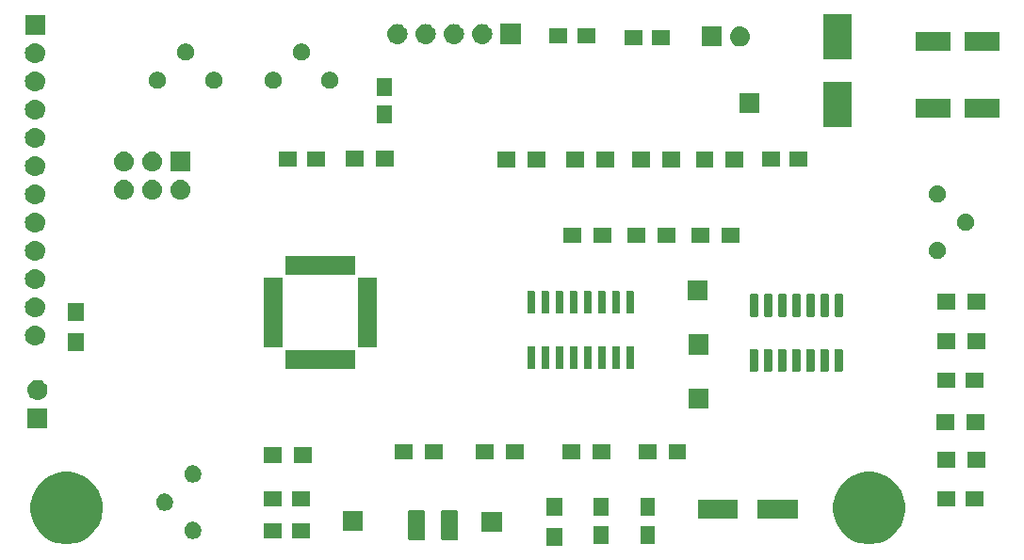
<source format=gbr>
G04 #@! TF.GenerationSoftware,KiCad,Pcbnew,(5.1.4)-1*
G04 #@! TF.CreationDate,2019-11-08T19:54:45+05:00*
G04 #@! TF.ProjectId,powerSupplyArduino,706f7765-7253-4757-9070-6c7941726475,rev?*
G04 #@! TF.SameCoordinates,Original*
G04 #@! TF.FileFunction,Soldermask,Top*
G04 #@! TF.FilePolarity,Negative*
%FSLAX46Y46*%
G04 Gerber Fmt 4.6, Leading zero omitted, Abs format (unit mm)*
G04 Created by KiCad (PCBNEW (5.1.4)-1) date 2019-11-08 19:54:45*
%MOMM*%
%LPD*%
G04 APERTURE LIST*
%ADD10C,0.100000*%
G04 APERTURE END LIST*
D10*
G36*
X139249000Y-98801000D02*
G01*
X137847000Y-98801000D01*
X137847000Y-97199000D01*
X139249000Y-97199000D01*
X139249000Y-98801000D01*
X139249000Y-98801000D01*
G37*
G36*
X167464239Y-92181467D02*
G01*
X167778282Y-92243934D01*
X168369926Y-92489001D01*
X168902392Y-92844784D01*
X169355216Y-93297608D01*
X169710999Y-93830074D01*
X169925745Y-94348517D01*
X169956066Y-94421719D01*
X170081000Y-95049803D01*
X170081000Y-95690197D01*
X170018533Y-96004239D01*
X169956066Y-96318282D01*
X169710999Y-96909926D01*
X169355216Y-97442392D01*
X168902392Y-97895216D01*
X168369926Y-98250999D01*
X167778282Y-98496066D01*
X167464239Y-98558533D01*
X167150197Y-98621000D01*
X166509803Y-98621000D01*
X166195761Y-98558533D01*
X165881718Y-98496066D01*
X165290074Y-98250999D01*
X164757608Y-97895216D01*
X164304784Y-97442392D01*
X163949001Y-96909926D01*
X163703934Y-96318282D01*
X163641467Y-96004239D01*
X163579000Y-95690197D01*
X163579000Y-95049803D01*
X163703934Y-94421719D01*
X163734255Y-94348517D01*
X163949001Y-93830074D01*
X164304784Y-93297608D01*
X164757608Y-92844784D01*
X165290074Y-92489001D01*
X165881718Y-92243934D01*
X166195761Y-92181467D01*
X166509803Y-92119000D01*
X167150197Y-92119000D01*
X167464239Y-92181467D01*
X167464239Y-92181467D01*
G37*
G36*
X95334239Y-92181467D02*
G01*
X95648282Y-92243934D01*
X96239926Y-92489001D01*
X96772392Y-92844784D01*
X97225216Y-93297608D01*
X97580999Y-93830074D01*
X97795745Y-94348517D01*
X97826066Y-94421719D01*
X97951000Y-95049803D01*
X97951000Y-95690197D01*
X97888533Y-96004239D01*
X97826066Y-96318282D01*
X97580999Y-96909926D01*
X97225216Y-97442392D01*
X96772392Y-97895216D01*
X96239926Y-98250999D01*
X95648282Y-98496066D01*
X95334239Y-98558533D01*
X95020197Y-98621000D01*
X94379803Y-98621000D01*
X94065761Y-98558533D01*
X93751718Y-98496066D01*
X93160074Y-98250999D01*
X92627608Y-97895216D01*
X92174784Y-97442392D01*
X91819001Y-96909926D01*
X91573934Y-96318282D01*
X91511467Y-96004239D01*
X91449000Y-95690197D01*
X91449000Y-95049803D01*
X91573934Y-94421719D01*
X91604255Y-94348517D01*
X91819001Y-93830074D01*
X92174784Y-93297608D01*
X92627608Y-92844784D01*
X93160074Y-92489001D01*
X93751718Y-92243934D01*
X94065761Y-92181467D01*
X94379803Y-92119000D01*
X95020197Y-92119000D01*
X95334239Y-92181467D01*
X95334239Y-92181467D01*
G37*
G36*
X147606000Y-98601000D02*
G01*
X146254000Y-98601000D01*
X146254000Y-96999000D01*
X147606000Y-96999000D01*
X147606000Y-98601000D01*
X147606000Y-98601000D01*
G37*
G36*
X143430000Y-98601000D02*
G01*
X142078000Y-98601000D01*
X142078000Y-96999000D01*
X143430000Y-96999000D01*
X143430000Y-98601000D01*
X143430000Y-98601000D01*
G37*
G36*
X129748562Y-95558181D02*
G01*
X129783481Y-95568774D01*
X129815663Y-95585976D01*
X129843873Y-95609127D01*
X129867024Y-95637337D01*
X129884226Y-95669519D01*
X129894819Y-95704438D01*
X129899000Y-95746895D01*
X129899000Y-98113105D01*
X129894819Y-98155562D01*
X129884226Y-98190481D01*
X129867024Y-98222663D01*
X129843873Y-98250873D01*
X129815663Y-98274024D01*
X129783481Y-98291226D01*
X129748562Y-98301819D01*
X129706105Y-98306000D01*
X128564895Y-98306000D01*
X128522438Y-98301819D01*
X128487519Y-98291226D01*
X128455337Y-98274024D01*
X128427127Y-98250873D01*
X128403976Y-98222663D01*
X128386774Y-98190481D01*
X128376181Y-98155562D01*
X128372000Y-98113105D01*
X128372000Y-95746895D01*
X128376181Y-95704438D01*
X128386774Y-95669519D01*
X128403976Y-95637337D01*
X128427127Y-95609127D01*
X128455337Y-95585976D01*
X128487519Y-95568774D01*
X128522438Y-95558181D01*
X128564895Y-95554000D01*
X129706105Y-95554000D01*
X129748562Y-95558181D01*
X129748562Y-95558181D01*
G37*
G36*
X126773562Y-95558181D02*
G01*
X126808481Y-95568774D01*
X126840663Y-95585976D01*
X126868873Y-95609127D01*
X126892024Y-95637337D01*
X126909226Y-95669519D01*
X126919819Y-95704438D01*
X126924000Y-95746895D01*
X126924000Y-98113105D01*
X126919819Y-98155562D01*
X126909226Y-98190481D01*
X126892024Y-98222663D01*
X126868873Y-98250873D01*
X126840663Y-98274024D01*
X126808481Y-98291226D01*
X126773562Y-98301819D01*
X126731105Y-98306000D01*
X125589895Y-98306000D01*
X125547438Y-98301819D01*
X125512519Y-98291226D01*
X125480337Y-98274024D01*
X125452127Y-98250873D01*
X125428976Y-98222663D01*
X125411774Y-98190481D01*
X125401181Y-98155562D01*
X125397000Y-98113105D01*
X125397000Y-95746895D01*
X125401181Y-95704438D01*
X125411774Y-95669519D01*
X125428976Y-95637337D01*
X125452127Y-95609127D01*
X125480337Y-95585976D01*
X125512519Y-95568774D01*
X125547438Y-95558181D01*
X125589895Y-95554000D01*
X126731105Y-95554000D01*
X126773562Y-95558181D01*
X126773562Y-95558181D01*
G37*
G36*
X106161410Y-96616056D02*
G01*
X106274893Y-96638629D01*
X106415206Y-96696748D01*
X106541484Y-96781125D01*
X106648875Y-96888516D01*
X106733252Y-97014794D01*
X106791371Y-97155107D01*
X106821000Y-97304063D01*
X106821000Y-97455937D01*
X106791371Y-97604893D01*
X106733252Y-97745206D01*
X106648875Y-97871484D01*
X106541484Y-97978875D01*
X106415206Y-98063252D01*
X106274893Y-98121371D01*
X106178101Y-98140624D01*
X106125938Y-98151000D01*
X105974062Y-98151000D01*
X105921899Y-98140624D01*
X105825107Y-98121371D01*
X105684794Y-98063252D01*
X105558516Y-97978875D01*
X105451125Y-97871484D01*
X105366748Y-97745206D01*
X105308629Y-97604893D01*
X105279000Y-97455937D01*
X105279000Y-97304063D01*
X105308629Y-97155107D01*
X105366748Y-97014794D01*
X105451125Y-96888516D01*
X105558516Y-96781125D01*
X105684794Y-96696748D01*
X105825107Y-96638629D01*
X105938590Y-96616056D01*
X105974062Y-96609000D01*
X106125938Y-96609000D01*
X106161410Y-96616056D01*
X106161410Y-96616056D01*
G37*
G36*
X116561000Y-98096000D02*
G01*
X114959000Y-98096000D01*
X114959000Y-96744000D01*
X116561000Y-96744000D01*
X116561000Y-98096000D01*
X116561000Y-98096000D01*
G37*
G36*
X114061000Y-98096000D02*
G01*
X112459000Y-98096000D01*
X112459000Y-96744000D01*
X114061000Y-96744000D01*
X114061000Y-98096000D01*
X114061000Y-98096000D01*
G37*
G36*
X133811000Y-97551000D02*
G01*
X132009000Y-97551000D01*
X132009000Y-95749000D01*
X133811000Y-95749000D01*
X133811000Y-97551000D01*
X133811000Y-97551000D01*
G37*
G36*
X121341000Y-97421000D02*
G01*
X119539000Y-97421000D01*
X119539000Y-95619000D01*
X121341000Y-95619000D01*
X121341000Y-97421000D01*
X121341000Y-97421000D01*
G37*
G36*
X160431000Y-96361000D02*
G01*
X156829000Y-96361000D01*
X156829000Y-94659000D01*
X160431000Y-94659000D01*
X160431000Y-96361000D01*
X160431000Y-96361000D01*
G37*
G36*
X155031000Y-96361000D02*
G01*
X151429000Y-96361000D01*
X151429000Y-94659000D01*
X155031000Y-94659000D01*
X155031000Y-96361000D01*
X155031000Y-96361000D01*
G37*
G36*
X139249000Y-96101000D02*
G01*
X137847000Y-96101000D01*
X137847000Y-94499000D01*
X139249000Y-94499000D01*
X139249000Y-96101000D01*
X139249000Y-96101000D01*
G37*
G36*
X147606000Y-96101000D02*
G01*
X146254000Y-96101000D01*
X146254000Y-94499000D01*
X147606000Y-94499000D01*
X147606000Y-96101000D01*
X147606000Y-96101000D01*
G37*
G36*
X143430000Y-96101000D02*
G01*
X142078000Y-96101000D01*
X142078000Y-94499000D01*
X143430000Y-94499000D01*
X143430000Y-96101000D01*
X143430000Y-96101000D01*
G37*
G36*
X103635589Y-94078876D02*
G01*
X103734893Y-94098629D01*
X103875206Y-94156748D01*
X104001484Y-94241125D01*
X104108875Y-94348516D01*
X104193252Y-94474794D01*
X104251371Y-94615107D01*
X104281000Y-94764063D01*
X104281000Y-94915937D01*
X104251371Y-95064893D01*
X104193252Y-95205206D01*
X104108875Y-95331484D01*
X104001484Y-95438875D01*
X103875206Y-95523252D01*
X103734893Y-95581371D01*
X103645521Y-95599148D01*
X103585938Y-95611000D01*
X103434062Y-95611000D01*
X103374479Y-95599148D01*
X103285107Y-95581371D01*
X103144794Y-95523252D01*
X103018516Y-95438875D01*
X102911125Y-95331484D01*
X102826748Y-95205206D01*
X102768629Y-95064893D01*
X102739000Y-94915937D01*
X102739000Y-94764063D01*
X102768629Y-94615107D01*
X102826748Y-94474794D01*
X102911125Y-94348516D01*
X103018516Y-94241125D01*
X103144794Y-94156748D01*
X103285107Y-94098629D01*
X103384411Y-94078876D01*
X103434062Y-94069000D01*
X103585938Y-94069000D01*
X103635589Y-94078876D01*
X103635589Y-94078876D01*
G37*
G36*
X174581000Y-95251000D02*
G01*
X172979000Y-95251000D01*
X172979000Y-93899000D01*
X174581000Y-93899000D01*
X174581000Y-95251000D01*
X174581000Y-95251000D01*
G37*
G36*
X177081000Y-95251000D02*
G01*
X175479000Y-95251000D01*
X175479000Y-93899000D01*
X177081000Y-93899000D01*
X177081000Y-95251000D01*
X177081000Y-95251000D01*
G37*
G36*
X114061000Y-95226000D02*
G01*
X112459000Y-95226000D01*
X112459000Y-93874000D01*
X114061000Y-93874000D01*
X114061000Y-95226000D01*
X114061000Y-95226000D01*
G37*
G36*
X116561000Y-95226000D02*
G01*
X114959000Y-95226000D01*
X114959000Y-93874000D01*
X116561000Y-93874000D01*
X116561000Y-95226000D01*
X116561000Y-95226000D01*
G37*
G36*
X106175589Y-91538876D02*
G01*
X106274893Y-91558629D01*
X106415206Y-91616748D01*
X106541484Y-91701125D01*
X106648875Y-91808516D01*
X106733252Y-91934794D01*
X106791371Y-92075107D01*
X106821000Y-92224063D01*
X106821000Y-92375937D01*
X106791371Y-92524893D01*
X106733252Y-92665206D01*
X106648875Y-92791484D01*
X106541484Y-92898875D01*
X106415206Y-92983252D01*
X106274893Y-93041371D01*
X106175589Y-93061124D01*
X106125938Y-93071000D01*
X105974062Y-93071000D01*
X105924411Y-93061124D01*
X105825107Y-93041371D01*
X105684794Y-92983252D01*
X105558516Y-92898875D01*
X105451125Y-92791484D01*
X105366748Y-92665206D01*
X105308629Y-92524893D01*
X105279000Y-92375937D01*
X105279000Y-92224063D01*
X105308629Y-92075107D01*
X105366748Y-91934794D01*
X105451125Y-91808516D01*
X105558516Y-91701125D01*
X105684794Y-91616748D01*
X105825107Y-91558629D01*
X105924411Y-91538876D01*
X105974062Y-91529000D01*
X106125938Y-91529000D01*
X106175589Y-91538876D01*
X106175589Y-91538876D01*
G37*
G36*
X177281000Y-91731000D02*
G01*
X175679000Y-91731000D01*
X175679000Y-90329000D01*
X177281000Y-90329000D01*
X177281000Y-91731000D01*
X177281000Y-91731000D01*
G37*
G36*
X174581000Y-91731000D02*
G01*
X172979000Y-91731000D01*
X172979000Y-90329000D01*
X174581000Y-90329000D01*
X174581000Y-91731000D01*
X174581000Y-91731000D01*
G37*
G36*
X114061000Y-91311000D02*
G01*
X112459000Y-91311000D01*
X112459000Y-89909000D01*
X114061000Y-89909000D01*
X114061000Y-91311000D01*
X114061000Y-91311000D01*
G37*
G36*
X116761000Y-91311000D02*
G01*
X115159000Y-91311000D01*
X115159000Y-89909000D01*
X116761000Y-89909000D01*
X116761000Y-91311000D01*
X116761000Y-91311000D01*
G37*
G36*
X135761000Y-91001000D02*
G01*
X134159000Y-91001000D01*
X134159000Y-89599000D01*
X135761000Y-89599000D01*
X135761000Y-91001000D01*
X135761000Y-91001000D01*
G37*
G36*
X143611000Y-91001000D02*
G01*
X142009000Y-91001000D01*
X142009000Y-89599000D01*
X143611000Y-89599000D01*
X143611000Y-91001000D01*
X143611000Y-91001000D01*
G37*
G36*
X140911000Y-91001000D02*
G01*
X139309000Y-91001000D01*
X139309000Y-89599000D01*
X140911000Y-89599000D01*
X140911000Y-91001000D01*
X140911000Y-91001000D01*
G37*
G36*
X125801000Y-91001000D02*
G01*
X124199000Y-91001000D01*
X124199000Y-89599000D01*
X125801000Y-89599000D01*
X125801000Y-91001000D01*
X125801000Y-91001000D01*
G37*
G36*
X133061000Y-91001000D02*
G01*
X131459000Y-91001000D01*
X131459000Y-89599000D01*
X133061000Y-89599000D01*
X133061000Y-91001000D01*
X133061000Y-91001000D01*
G37*
G36*
X147701000Y-91001000D02*
G01*
X146099000Y-91001000D01*
X146099000Y-89599000D01*
X147701000Y-89599000D01*
X147701000Y-91001000D01*
X147701000Y-91001000D01*
G37*
G36*
X150401000Y-91001000D02*
G01*
X148799000Y-91001000D01*
X148799000Y-89599000D01*
X150401000Y-89599000D01*
X150401000Y-91001000D01*
X150401000Y-91001000D01*
G37*
G36*
X128501000Y-91001000D02*
G01*
X126899000Y-91001000D01*
X126899000Y-89599000D01*
X128501000Y-89599000D01*
X128501000Y-91001000D01*
X128501000Y-91001000D01*
G37*
G36*
X174521000Y-88351000D02*
G01*
X172919000Y-88351000D01*
X172919000Y-86949000D01*
X174521000Y-86949000D01*
X174521000Y-88351000D01*
X174521000Y-88351000D01*
G37*
G36*
X177221000Y-88351000D02*
G01*
X175619000Y-88351000D01*
X175619000Y-86949000D01*
X177221000Y-86949000D01*
X177221000Y-88351000D01*
X177221000Y-88351000D01*
G37*
G36*
X92981000Y-88191000D02*
G01*
X91179000Y-88191000D01*
X91179000Y-86389000D01*
X92981000Y-86389000D01*
X92981000Y-88191000D01*
X92981000Y-88191000D01*
G37*
G36*
X152411000Y-86441000D02*
G01*
X150609000Y-86441000D01*
X150609000Y-84639000D01*
X152411000Y-84639000D01*
X152411000Y-86441000D01*
X152411000Y-86441000D01*
G37*
G36*
X92190442Y-83855518D02*
G01*
X92256627Y-83862037D01*
X92426466Y-83913557D01*
X92582991Y-83997222D01*
X92618729Y-84026552D01*
X92720186Y-84109814D01*
X92803448Y-84211271D01*
X92832778Y-84247009D01*
X92916443Y-84403534D01*
X92967963Y-84573373D01*
X92985359Y-84750000D01*
X92967963Y-84926627D01*
X92916443Y-85096466D01*
X92832778Y-85252991D01*
X92803448Y-85288729D01*
X92720186Y-85390186D01*
X92618729Y-85473448D01*
X92582991Y-85502778D01*
X92426466Y-85586443D01*
X92256627Y-85637963D01*
X92190442Y-85644482D01*
X92124260Y-85651000D01*
X92035740Y-85651000D01*
X91969558Y-85644482D01*
X91903373Y-85637963D01*
X91733534Y-85586443D01*
X91577009Y-85502778D01*
X91541271Y-85473448D01*
X91439814Y-85390186D01*
X91356552Y-85288729D01*
X91327222Y-85252991D01*
X91243557Y-85096466D01*
X91192037Y-84926627D01*
X91174641Y-84750000D01*
X91192037Y-84573373D01*
X91243557Y-84403534D01*
X91327222Y-84247009D01*
X91356552Y-84211271D01*
X91439814Y-84109814D01*
X91541271Y-84026552D01*
X91577009Y-83997222D01*
X91733534Y-83913557D01*
X91903373Y-83862037D01*
X91969558Y-83855518D01*
X92035740Y-83849000D01*
X92124260Y-83849000D01*
X92190442Y-83855518D01*
X92190442Y-83855518D01*
G37*
G36*
X174581000Y-84586000D02*
G01*
X172979000Y-84586000D01*
X172979000Y-83234000D01*
X174581000Y-83234000D01*
X174581000Y-84586000D01*
X174581000Y-84586000D01*
G37*
G36*
X177081000Y-84586000D02*
G01*
X175479000Y-84586000D01*
X175479000Y-83234000D01*
X177081000Y-83234000D01*
X177081000Y-84586000D01*
X177081000Y-84586000D01*
G37*
G36*
X164369928Y-81071764D02*
G01*
X164391009Y-81078160D01*
X164410445Y-81088548D01*
X164427476Y-81102524D01*
X164441452Y-81119555D01*
X164451840Y-81138991D01*
X164458236Y-81160072D01*
X164461000Y-81188140D01*
X164461000Y-83001860D01*
X164458236Y-83029928D01*
X164451840Y-83051009D01*
X164441452Y-83070445D01*
X164427476Y-83087476D01*
X164410445Y-83101452D01*
X164391009Y-83111840D01*
X164369928Y-83118236D01*
X164341860Y-83121000D01*
X163878140Y-83121000D01*
X163850072Y-83118236D01*
X163828991Y-83111840D01*
X163809555Y-83101452D01*
X163792524Y-83087476D01*
X163778548Y-83070445D01*
X163768160Y-83051009D01*
X163761764Y-83029928D01*
X163759000Y-83001860D01*
X163759000Y-81188140D01*
X163761764Y-81160072D01*
X163768160Y-81138991D01*
X163778548Y-81119555D01*
X163792524Y-81102524D01*
X163809555Y-81088548D01*
X163828991Y-81078160D01*
X163850072Y-81071764D01*
X163878140Y-81069000D01*
X164341860Y-81069000D01*
X164369928Y-81071764D01*
X164369928Y-81071764D01*
G37*
G36*
X156749928Y-81071764D02*
G01*
X156771009Y-81078160D01*
X156790445Y-81088548D01*
X156807476Y-81102524D01*
X156821452Y-81119555D01*
X156831840Y-81138991D01*
X156838236Y-81160072D01*
X156841000Y-81188140D01*
X156841000Y-83001860D01*
X156838236Y-83029928D01*
X156831840Y-83051009D01*
X156821452Y-83070445D01*
X156807476Y-83087476D01*
X156790445Y-83101452D01*
X156771009Y-83111840D01*
X156749928Y-83118236D01*
X156721860Y-83121000D01*
X156258140Y-83121000D01*
X156230072Y-83118236D01*
X156208991Y-83111840D01*
X156189555Y-83101452D01*
X156172524Y-83087476D01*
X156158548Y-83070445D01*
X156148160Y-83051009D01*
X156141764Y-83029928D01*
X156139000Y-83001860D01*
X156139000Y-81188140D01*
X156141764Y-81160072D01*
X156148160Y-81138991D01*
X156158548Y-81119555D01*
X156172524Y-81102524D01*
X156189555Y-81088548D01*
X156208991Y-81078160D01*
X156230072Y-81071764D01*
X156258140Y-81069000D01*
X156721860Y-81069000D01*
X156749928Y-81071764D01*
X156749928Y-81071764D01*
G37*
G36*
X158019928Y-81071764D02*
G01*
X158041009Y-81078160D01*
X158060445Y-81088548D01*
X158077476Y-81102524D01*
X158091452Y-81119555D01*
X158101840Y-81138991D01*
X158108236Y-81160072D01*
X158111000Y-81188140D01*
X158111000Y-83001860D01*
X158108236Y-83029928D01*
X158101840Y-83051009D01*
X158091452Y-83070445D01*
X158077476Y-83087476D01*
X158060445Y-83101452D01*
X158041009Y-83111840D01*
X158019928Y-83118236D01*
X157991860Y-83121000D01*
X157528140Y-83121000D01*
X157500072Y-83118236D01*
X157478991Y-83111840D01*
X157459555Y-83101452D01*
X157442524Y-83087476D01*
X157428548Y-83070445D01*
X157418160Y-83051009D01*
X157411764Y-83029928D01*
X157409000Y-83001860D01*
X157409000Y-81188140D01*
X157411764Y-81160072D01*
X157418160Y-81138991D01*
X157428548Y-81119555D01*
X157442524Y-81102524D01*
X157459555Y-81088548D01*
X157478991Y-81078160D01*
X157500072Y-81071764D01*
X157528140Y-81069000D01*
X157991860Y-81069000D01*
X158019928Y-81071764D01*
X158019928Y-81071764D01*
G37*
G36*
X159289928Y-81071764D02*
G01*
X159311009Y-81078160D01*
X159330445Y-81088548D01*
X159347476Y-81102524D01*
X159361452Y-81119555D01*
X159371840Y-81138991D01*
X159378236Y-81160072D01*
X159381000Y-81188140D01*
X159381000Y-83001860D01*
X159378236Y-83029928D01*
X159371840Y-83051009D01*
X159361452Y-83070445D01*
X159347476Y-83087476D01*
X159330445Y-83101452D01*
X159311009Y-83111840D01*
X159289928Y-83118236D01*
X159261860Y-83121000D01*
X158798140Y-83121000D01*
X158770072Y-83118236D01*
X158748991Y-83111840D01*
X158729555Y-83101452D01*
X158712524Y-83087476D01*
X158698548Y-83070445D01*
X158688160Y-83051009D01*
X158681764Y-83029928D01*
X158679000Y-83001860D01*
X158679000Y-81188140D01*
X158681764Y-81160072D01*
X158688160Y-81138991D01*
X158698548Y-81119555D01*
X158712524Y-81102524D01*
X158729555Y-81088548D01*
X158748991Y-81078160D01*
X158770072Y-81071764D01*
X158798140Y-81069000D01*
X159261860Y-81069000D01*
X159289928Y-81071764D01*
X159289928Y-81071764D01*
G37*
G36*
X160559928Y-81071764D02*
G01*
X160581009Y-81078160D01*
X160600445Y-81088548D01*
X160617476Y-81102524D01*
X160631452Y-81119555D01*
X160641840Y-81138991D01*
X160648236Y-81160072D01*
X160651000Y-81188140D01*
X160651000Y-83001860D01*
X160648236Y-83029928D01*
X160641840Y-83051009D01*
X160631452Y-83070445D01*
X160617476Y-83087476D01*
X160600445Y-83101452D01*
X160581009Y-83111840D01*
X160559928Y-83118236D01*
X160531860Y-83121000D01*
X160068140Y-83121000D01*
X160040072Y-83118236D01*
X160018991Y-83111840D01*
X159999555Y-83101452D01*
X159982524Y-83087476D01*
X159968548Y-83070445D01*
X159958160Y-83051009D01*
X159951764Y-83029928D01*
X159949000Y-83001860D01*
X159949000Y-81188140D01*
X159951764Y-81160072D01*
X159958160Y-81138991D01*
X159968548Y-81119555D01*
X159982524Y-81102524D01*
X159999555Y-81088548D01*
X160018991Y-81078160D01*
X160040072Y-81071764D01*
X160068140Y-81069000D01*
X160531860Y-81069000D01*
X160559928Y-81071764D01*
X160559928Y-81071764D01*
G37*
G36*
X161829928Y-81071764D02*
G01*
X161851009Y-81078160D01*
X161870445Y-81088548D01*
X161887476Y-81102524D01*
X161901452Y-81119555D01*
X161911840Y-81138991D01*
X161918236Y-81160072D01*
X161921000Y-81188140D01*
X161921000Y-83001860D01*
X161918236Y-83029928D01*
X161911840Y-83051009D01*
X161901452Y-83070445D01*
X161887476Y-83087476D01*
X161870445Y-83101452D01*
X161851009Y-83111840D01*
X161829928Y-83118236D01*
X161801860Y-83121000D01*
X161338140Y-83121000D01*
X161310072Y-83118236D01*
X161288991Y-83111840D01*
X161269555Y-83101452D01*
X161252524Y-83087476D01*
X161238548Y-83070445D01*
X161228160Y-83051009D01*
X161221764Y-83029928D01*
X161219000Y-83001860D01*
X161219000Y-81188140D01*
X161221764Y-81160072D01*
X161228160Y-81138991D01*
X161238548Y-81119555D01*
X161252524Y-81102524D01*
X161269555Y-81088548D01*
X161288991Y-81078160D01*
X161310072Y-81071764D01*
X161338140Y-81069000D01*
X161801860Y-81069000D01*
X161829928Y-81071764D01*
X161829928Y-81071764D01*
G37*
G36*
X163099928Y-81071764D02*
G01*
X163121009Y-81078160D01*
X163140445Y-81088548D01*
X163157476Y-81102524D01*
X163171452Y-81119555D01*
X163181840Y-81138991D01*
X163188236Y-81160072D01*
X163191000Y-81188140D01*
X163191000Y-83001860D01*
X163188236Y-83029928D01*
X163181840Y-83051009D01*
X163171452Y-83070445D01*
X163157476Y-83087476D01*
X163140445Y-83101452D01*
X163121009Y-83111840D01*
X163099928Y-83118236D01*
X163071860Y-83121000D01*
X162608140Y-83121000D01*
X162580072Y-83118236D01*
X162558991Y-83111840D01*
X162539555Y-83101452D01*
X162522524Y-83087476D01*
X162508548Y-83070445D01*
X162498160Y-83051009D01*
X162491764Y-83029928D01*
X162489000Y-83001860D01*
X162489000Y-81188140D01*
X162491764Y-81160072D01*
X162498160Y-81138991D01*
X162508548Y-81119555D01*
X162522524Y-81102524D01*
X162539555Y-81088548D01*
X162558991Y-81078160D01*
X162580072Y-81071764D01*
X162608140Y-81069000D01*
X163071860Y-81069000D01*
X163099928Y-81071764D01*
X163099928Y-81071764D01*
G37*
G36*
X120646000Y-82891000D02*
G01*
X114394000Y-82891000D01*
X114394000Y-81189000D01*
X120646000Y-81189000D01*
X120646000Y-82891000D01*
X120646000Y-82891000D01*
G37*
G36*
X136714928Y-80801764D02*
G01*
X136736009Y-80808160D01*
X136755445Y-80818548D01*
X136772476Y-80832524D01*
X136786452Y-80849555D01*
X136796840Y-80868991D01*
X136803236Y-80890072D01*
X136806000Y-80918140D01*
X136806000Y-82731860D01*
X136803236Y-82759928D01*
X136796840Y-82781009D01*
X136786452Y-82800445D01*
X136772476Y-82817476D01*
X136755445Y-82831452D01*
X136736009Y-82841840D01*
X136714928Y-82848236D01*
X136686860Y-82851000D01*
X136223140Y-82851000D01*
X136195072Y-82848236D01*
X136173991Y-82841840D01*
X136154555Y-82831452D01*
X136137524Y-82817476D01*
X136123548Y-82800445D01*
X136113160Y-82781009D01*
X136106764Y-82759928D01*
X136104000Y-82731860D01*
X136104000Y-80918140D01*
X136106764Y-80890072D01*
X136113160Y-80868991D01*
X136123548Y-80849555D01*
X136137524Y-80832524D01*
X136154555Y-80818548D01*
X136173991Y-80808160D01*
X136195072Y-80801764D01*
X136223140Y-80799000D01*
X136686860Y-80799000D01*
X136714928Y-80801764D01*
X136714928Y-80801764D01*
G37*
G36*
X141794928Y-80801764D02*
G01*
X141816009Y-80808160D01*
X141835445Y-80818548D01*
X141852476Y-80832524D01*
X141866452Y-80849555D01*
X141876840Y-80868991D01*
X141883236Y-80890072D01*
X141886000Y-80918140D01*
X141886000Y-82731860D01*
X141883236Y-82759928D01*
X141876840Y-82781009D01*
X141866452Y-82800445D01*
X141852476Y-82817476D01*
X141835445Y-82831452D01*
X141816009Y-82841840D01*
X141794928Y-82848236D01*
X141766860Y-82851000D01*
X141303140Y-82851000D01*
X141275072Y-82848236D01*
X141253991Y-82841840D01*
X141234555Y-82831452D01*
X141217524Y-82817476D01*
X141203548Y-82800445D01*
X141193160Y-82781009D01*
X141186764Y-82759928D01*
X141184000Y-82731860D01*
X141184000Y-80918140D01*
X141186764Y-80890072D01*
X141193160Y-80868991D01*
X141203548Y-80849555D01*
X141217524Y-80832524D01*
X141234555Y-80818548D01*
X141253991Y-80808160D01*
X141275072Y-80801764D01*
X141303140Y-80799000D01*
X141766860Y-80799000D01*
X141794928Y-80801764D01*
X141794928Y-80801764D01*
G37*
G36*
X143064928Y-80801764D02*
G01*
X143086009Y-80808160D01*
X143105445Y-80818548D01*
X143122476Y-80832524D01*
X143136452Y-80849555D01*
X143146840Y-80868991D01*
X143153236Y-80890072D01*
X143156000Y-80918140D01*
X143156000Y-82731860D01*
X143153236Y-82759928D01*
X143146840Y-82781009D01*
X143136452Y-82800445D01*
X143122476Y-82817476D01*
X143105445Y-82831452D01*
X143086009Y-82841840D01*
X143064928Y-82848236D01*
X143036860Y-82851000D01*
X142573140Y-82851000D01*
X142545072Y-82848236D01*
X142523991Y-82841840D01*
X142504555Y-82831452D01*
X142487524Y-82817476D01*
X142473548Y-82800445D01*
X142463160Y-82781009D01*
X142456764Y-82759928D01*
X142454000Y-82731860D01*
X142454000Y-80918140D01*
X142456764Y-80890072D01*
X142463160Y-80868991D01*
X142473548Y-80849555D01*
X142487524Y-80832524D01*
X142504555Y-80818548D01*
X142523991Y-80808160D01*
X142545072Y-80801764D01*
X142573140Y-80799000D01*
X143036860Y-80799000D01*
X143064928Y-80801764D01*
X143064928Y-80801764D01*
G37*
G36*
X144334928Y-80801764D02*
G01*
X144356009Y-80808160D01*
X144375445Y-80818548D01*
X144392476Y-80832524D01*
X144406452Y-80849555D01*
X144416840Y-80868991D01*
X144423236Y-80890072D01*
X144426000Y-80918140D01*
X144426000Y-82731860D01*
X144423236Y-82759928D01*
X144416840Y-82781009D01*
X144406452Y-82800445D01*
X144392476Y-82817476D01*
X144375445Y-82831452D01*
X144356009Y-82841840D01*
X144334928Y-82848236D01*
X144306860Y-82851000D01*
X143843140Y-82851000D01*
X143815072Y-82848236D01*
X143793991Y-82841840D01*
X143774555Y-82831452D01*
X143757524Y-82817476D01*
X143743548Y-82800445D01*
X143733160Y-82781009D01*
X143726764Y-82759928D01*
X143724000Y-82731860D01*
X143724000Y-80918140D01*
X143726764Y-80890072D01*
X143733160Y-80868991D01*
X143743548Y-80849555D01*
X143757524Y-80832524D01*
X143774555Y-80818548D01*
X143793991Y-80808160D01*
X143815072Y-80801764D01*
X143843140Y-80799000D01*
X144306860Y-80799000D01*
X144334928Y-80801764D01*
X144334928Y-80801764D01*
G37*
G36*
X139254928Y-80801764D02*
G01*
X139276009Y-80808160D01*
X139295445Y-80818548D01*
X139312476Y-80832524D01*
X139326452Y-80849555D01*
X139336840Y-80868991D01*
X139343236Y-80890072D01*
X139346000Y-80918140D01*
X139346000Y-82731860D01*
X139343236Y-82759928D01*
X139336840Y-82781009D01*
X139326452Y-82800445D01*
X139312476Y-82817476D01*
X139295445Y-82831452D01*
X139276009Y-82841840D01*
X139254928Y-82848236D01*
X139226860Y-82851000D01*
X138763140Y-82851000D01*
X138735072Y-82848236D01*
X138713991Y-82841840D01*
X138694555Y-82831452D01*
X138677524Y-82817476D01*
X138663548Y-82800445D01*
X138653160Y-82781009D01*
X138646764Y-82759928D01*
X138644000Y-82731860D01*
X138644000Y-80918140D01*
X138646764Y-80890072D01*
X138653160Y-80868991D01*
X138663548Y-80849555D01*
X138677524Y-80832524D01*
X138694555Y-80818548D01*
X138713991Y-80808160D01*
X138735072Y-80801764D01*
X138763140Y-80799000D01*
X139226860Y-80799000D01*
X139254928Y-80801764D01*
X139254928Y-80801764D01*
G37*
G36*
X137984928Y-80801764D02*
G01*
X138006009Y-80808160D01*
X138025445Y-80818548D01*
X138042476Y-80832524D01*
X138056452Y-80849555D01*
X138066840Y-80868991D01*
X138073236Y-80890072D01*
X138076000Y-80918140D01*
X138076000Y-82731860D01*
X138073236Y-82759928D01*
X138066840Y-82781009D01*
X138056452Y-82800445D01*
X138042476Y-82817476D01*
X138025445Y-82831452D01*
X138006009Y-82841840D01*
X137984928Y-82848236D01*
X137956860Y-82851000D01*
X137493140Y-82851000D01*
X137465072Y-82848236D01*
X137443991Y-82841840D01*
X137424555Y-82831452D01*
X137407524Y-82817476D01*
X137393548Y-82800445D01*
X137383160Y-82781009D01*
X137376764Y-82759928D01*
X137374000Y-82731860D01*
X137374000Y-80918140D01*
X137376764Y-80890072D01*
X137383160Y-80868991D01*
X137393548Y-80849555D01*
X137407524Y-80832524D01*
X137424555Y-80818548D01*
X137443991Y-80808160D01*
X137465072Y-80801764D01*
X137493140Y-80799000D01*
X137956860Y-80799000D01*
X137984928Y-80801764D01*
X137984928Y-80801764D01*
G37*
G36*
X145604928Y-80801764D02*
G01*
X145626009Y-80808160D01*
X145645445Y-80818548D01*
X145662476Y-80832524D01*
X145676452Y-80849555D01*
X145686840Y-80868991D01*
X145693236Y-80890072D01*
X145696000Y-80918140D01*
X145696000Y-82731860D01*
X145693236Y-82759928D01*
X145686840Y-82781009D01*
X145676452Y-82800445D01*
X145662476Y-82817476D01*
X145645445Y-82831452D01*
X145626009Y-82841840D01*
X145604928Y-82848236D01*
X145576860Y-82851000D01*
X145113140Y-82851000D01*
X145085072Y-82848236D01*
X145063991Y-82841840D01*
X145044555Y-82831452D01*
X145027524Y-82817476D01*
X145013548Y-82800445D01*
X145003160Y-82781009D01*
X144996764Y-82759928D01*
X144994000Y-82731860D01*
X144994000Y-80918140D01*
X144996764Y-80890072D01*
X145003160Y-80868991D01*
X145013548Y-80849555D01*
X145027524Y-80832524D01*
X145044555Y-80818548D01*
X145063991Y-80808160D01*
X145085072Y-80801764D01*
X145113140Y-80799000D01*
X145576860Y-80799000D01*
X145604928Y-80801764D01*
X145604928Y-80801764D01*
G37*
G36*
X140524928Y-80801764D02*
G01*
X140546009Y-80808160D01*
X140565445Y-80818548D01*
X140582476Y-80832524D01*
X140596452Y-80849555D01*
X140606840Y-80868991D01*
X140613236Y-80890072D01*
X140616000Y-80918140D01*
X140616000Y-82731860D01*
X140613236Y-82759928D01*
X140606840Y-82781009D01*
X140596452Y-82800445D01*
X140582476Y-82817476D01*
X140565445Y-82831452D01*
X140546009Y-82841840D01*
X140524928Y-82848236D01*
X140496860Y-82851000D01*
X140033140Y-82851000D01*
X140005072Y-82848236D01*
X139983991Y-82841840D01*
X139964555Y-82831452D01*
X139947524Y-82817476D01*
X139933548Y-82800445D01*
X139923160Y-82781009D01*
X139916764Y-82759928D01*
X139914000Y-82731860D01*
X139914000Y-80918140D01*
X139916764Y-80890072D01*
X139923160Y-80868991D01*
X139933548Y-80849555D01*
X139947524Y-80832524D01*
X139964555Y-80818548D01*
X139983991Y-80808160D01*
X140005072Y-80801764D01*
X140033140Y-80799000D01*
X140496860Y-80799000D01*
X140524928Y-80801764D01*
X140524928Y-80801764D01*
G37*
G36*
X152391000Y-81561000D02*
G01*
X150589000Y-81561000D01*
X150589000Y-79759000D01*
X152391000Y-79759000D01*
X152391000Y-81561000D01*
X152391000Y-81561000D01*
G37*
G36*
X96231000Y-81281000D02*
G01*
X94829000Y-81281000D01*
X94829000Y-79679000D01*
X96231000Y-79679000D01*
X96231000Y-81281000D01*
X96231000Y-81281000D01*
G37*
G36*
X174581000Y-81066000D02*
G01*
X172979000Y-81066000D01*
X172979000Y-79664000D01*
X174581000Y-79664000D01*
X174581000Y-81066000D01*
X174581000Y-81066000D01*
G37*
G36*
X177281000Y-81066000D02*
G01*
X175679000Y-81066000D01*
X175679000Y-79664000D01*
X177281000Y-79664000D01*
X177281000Y-81066000D01*
X177281000Y-81066000D01*
G37*
G36*
X122621000Y-80916000D02*
G01*
X120919000Y-80916000D01*
X120919000Y-74664000D01*
X122621000Y-74664000D01*
X122621000Y-80916000D01*
X122621000Y-80916000D01*
G37*
G36*
X114121000Y-80916000D02*
G01*
X112419000Y-80916000D01*
X112419000Y-74664000D01*
X114121000Y-74664000D01*
X114121000Y-80916000D01*
X114121000Y-80916000D01*
G37*
G36*
X91980442Y-78955518D02*
G01*
X92046627Y-78962037D01*
X92216466Y-79013557D01*
X92372991Y-79097222D01*
X92408729Y-79126552D01*
X92510186Y-79209814D01*
X92593448Y-79311271D01*
X92622778Y-79347009D01*
X92622779Y-79347011D01*
X92685312Y-79464000D01*
X92706443Y-79503534D01*
X92757963Y-79673373D01*
X92775359Y-79850000D01*
X92757963Y-80026627D01*
X92706443Y-80196466D01*
X92622778Y-80352991D01*
X92593448Y-80388729D01*
X92510186Y-80490186D01*
X92408729Y-80573448D01*
X92372991Y-80602778D01*
X92216466Y-80686443D01*
X92046627Y-80737963D01*
X91980442Y-80744482D01*
X91914260Y-80751000D01*
X91825740Y-80751000D01*
X91759558Y-80744482D01*
X91693373Y-80737963D01*
X91523534Y-80686443D01*
X91367009Y-80602778D01*
X91331271Y-80573448D01*
X91229814Y-80490186D01*
X91146552Y-80388729D01*
X91117222Y-80352991D01*
X91033557Y-80196466D01*
X90982037Y-80026627D01*
X90964641Y-79850000D01*
X90982037Y-79673373D01*
X91033557Y-79503534D01*
X91054689Y-79464000D01*
X91117221Y-79347011D01*
X91117222Y-79347009D01*
X91146552Y-79311271D01*
X91229814Y-79209814D01*
X91331271Y-79126552D01*
X91367009Y-79097222D01*
X91523534Y-79013557D01*
X91693373Y-78962037D01*
X91759558Y-78955518D01*
X91825740Y-78949000D01*
X91914260Y-78949000D01*
X91980442Y-78955518D01*
X91980442Y-78955518D01*
G37*
G36*
X96231000Y-78581000D02*
G01*
X94829000Y-78581000D01*
X94829000Y-76979000D01*
X96231000Y-76979000D01*
X96231000Y-78581000D01*
X96231000Y-78581000D01*
G37*
G36*
X91980442Y-76415518D02*
G01*
X92046627Y-76422037D01*
X92216466Y-76473557D01*
X92372991Y-76557222D01*
X92408729Y-76586552D01*
X92510186Y-76669814D01*
X92593448Y-76771271D01*
X92622778Y-76807009D01*
X92706443Y-76963534D01*
X92757963Y-77133373D01*
X92775359Y-77310000D01*
X92757963Y-77486627D01*
X92706443Y-77656466D01*
X92622778Y-77812991D01*
X92614561Y-77823003D01*
X92510186Y-77950186D01*
X92413250Y-78029738D01*
X92372991Y-78062778D01*
X92372989Y-78062779D01*
X92265105Y-78120445D01*
X92216466Y-78146443D01*
X92046627Y-78197963D01*
X91980443Y-78204481D01*
X91914260Y-78211000D01*
X91825740Y-78211000D01*
X91759557Y-78204481D01*
X91693373Y-78197963D01*
X91523534Y-78146443D01*
X91474896Y-78120445D01*
X91367011Y-78062779D01*
X91367009Y-78062778D01*
X91326750Y-78029738D01*
X91229814Y-77950186D01*
X91125439Y-77823003D01*
X91117222Y-77812991D01*
X91033557Y-77656466D01*
X90982037Y-77486627D01*
X90964641Y-77310000D01*
X90982037Y-77133373D01*
X91033557Y-76963534D01*
X91117222Y-76807009D01*
X91146552Y-76771271D01*
X91229814Y-76669814D01*
X91331271Y-76586552D01*
X91367009Y-76557222D01*
X91523534Y-76473557D01*
X91693373Y-76422037D01*
X91759558Y-76415518D01*
X91825740Y-76409000D01*
X91914260Y-76409000D01*
X91980442Y-76415518D01*
X91980442Y-76415518D01*
G37*
G36*
X163099928Y-76121764D02*
G01*
X163121009Y-76128160D01*
X163140445Y-76138548D01*
X163157476Y-76152524D01*
X163171452Y-76169555D01*
X163181840Y-76188991D01*
X163188236Y-76210072D01*
X163191000Y-76238140D01*
X163191000Y-78051860D01*
X163188236Y-78079928D01*
X163181840Y-78101009D01*
X163171452Y-78120445D01*
X163157476Y-78137476D01*
X163140445Y-78151452D01*
X163121009Y-78161840D01*
X163099928Y-78168236D01*
X163071860Y-78171000D01*
X162608140Y-78171000D01*
X162580072Y-78168236D01*
X162558991Y-78161840D01*
X162539555Y-78151452D01*
X162522524Y-78137476D01*
X162508548Y-78120445D01*
X162498160Y-78101009D01*
X162491764Y-78079928D01*
X162489000Y-78051860D01*
X162489000Y-76238140D01*
X162491764Y-76210072D01*
X162498160Y-76188991D01*
X162508548Y-76169555D01*
X162522524Y-76152524D01*
X162539555Y-76138548D01*
X162558991Y-76128160D01*
X162580072Y-76121764D01*
X162608140Y-76119000D01*
X163071860Y-76119000D01*
X163099928Y-76121764D01*
X163099928Y-76121764D01*
G37*
G36*
X158019928Y-76121764D02*
G01*
X158041009Y-76128160D01*
X158060445Y-76138548D01*
X158077476Y-76152524D01*
X158091452Y-76169555D01*
X158101840Y-76188991D01*
X158108236Y-76210072D01*
X158111000Y-76238140D01*
X158111000Y-78051860D01*
X158108236Y-78079928D01*
X158101840Y-78101009D01*
X158091452Y-78120445D01*
X158077476Y-78137476D01*
X158060445Y-78151452D01*
X158041009Y-78161840D01*
X158019928Y-78168236D01*
X157991860Y-78171000D01*
X157528140Y-78171000D01*
X157500072Y-78168236D01*
X157478991Y-78161840D01*
X157459555Y-78151452D01*
X157442524Y-78137476D01*
X157428548Y-78120445D01*
X157418160Y-78101009D01*
X157411764Y-78079928D01*
X157409000Y-78051860D01*
X157409000Y-76238140D01*
X157411764Y-76210072D01*
X157418160Y-76188991D01*
X157428548Y-76169555D01*
X157442524Y-76152524D01*
X157459555Y-76138548D01*
X157478991Y-76128160D01*
X157500072Y-76121764D01*
X157528140Y-76119000D01*
X157991860Y-76119000D01*
X158019928Y-76121764D01*
X158019928Y-76121764D01*
G37*
G36*
X156749928Y-76121764D02*
G01*
X156771009Y-76128160D01*
X156790445Y-76138548D01*
X156807476Y-76152524D01*
X156821452Y-76169555D01*
X156831840Y-76188991D01*
X156838236Y-76210072D01*
X156841000Y-76238140D01*
X156841000Y-78051860D01*
X156838236Y-78079928D01*
X156831840Y-78101009D01*
X156821452Y-78120445D01*
X156807476Y-78137476D01*
X156790445Y-78151452D01*
X156771009Y-78161840D01*
X156749928Y-78168236D01*
X156721860Y-78171000D01*
X156258140Y-78171000D01*
X156230072Y-78168236D01*
X156208991Y-78161840D01*
X156189555Y-78151452D01*
X156172524Y-78137476D01*
X156158548Y-78120445D01*
X156148160Y-78101009D01*
X156141764Y-78079928D01*
X156139000Y-78051860D01*
X156139000Y-76238140D01*
X156141764Y-76210072D01*
X156148160Y-76188991D01*
X156158548Y-76169555D01*
X156172524Y-76152524D01*
X156189555Y-76138548D01*
X156208991Y-76128160D01*
X156230072Y-76121764D01*
X156258140Y-76119000D01*
X156721860Y-76119000D01*
X156749928Y-76121764D01*
X156749928Y-76121764D01*
G37*
G36*
X164369928Y-76121764D02*
G01*
X164391009Y-76128160D01*
X164410445Y-76138548D01*
X164427476Y-76152524D01*
X164441452Y-76169555D01*
X164451840Y-76188991D01*
X164458236Y-76210072D01*
X164461000Y-76238140D01*
X164461000Y-78051860D01*
X164458236Y-78079928D01*
X164451840Y-78101009D01*
X164441452Y-78120445D01*
X164427476Y-78137476D01*
X164410445Y-78151452D01*
X164391009Y-78161840D01*
X164369928Y-78168236D01*
X164341860Y-78171000D01*
X163878140Y-78171000D01*
X163850072Y-78168236D01*
X163828991Y-78161840D01*
X163809555Y-78151452D01*
X163792524Y-78137476D01*
X163778548Y-78120445D01*
X163768160Y-78101009D01*
X163761764Y-78079928D01*
X163759000Y-78051860D01*
X163759000Y-76238140D01*
X163761764Y-76210072D01*
X163768160Y-76188991D01*
X163778548Y-76169555D01*
X163792524Y-76152524D01*
X163809555Y-76138548D01*
X163828991Y-76128160D01*
X163850072Y-76121764D01*
X163878140Y-76119000D01*
X164341860Y-76119000D01*
X164369928Y-76121764D01*
X164369928Y-76121764D01*
G37*
G36*
X160559928Y-76121764D02*
G01*
X160581009Y-76128160D01*
X160600445Y-76138548D01*
X160617476Y-76152524D01*
X160631452Y-76169555D01*
X160641840Y-76188991D01*
X160648236Y-76210072D01*
X160651000Y-76238140D01*
X160651000Y-78051860D01*
X160648236Y-78079928D01*
X160641840Y-78101009D01*
X160631452Y-78120445D01*
X160617476Y-78137476D01*
X160600445Y-78151452D01*
X160581009Y-78161840D01*
X160559928Y-78168236D01*
X160531860Y-78171000D01*
X160068140Y-78171000D01*
X160040072Y-78168236D01*
X160018991Y-78161840D01*
X159999555Y-78151452D01*
X159982524Y-78137476D01*
X159968548Y-78120445D01*
X159958160Y-78101009D01*
X159951764Y-78079928D01*
X159949000Y-78051860D01*
X159949000Y-76238140D01*
X159951764Y-76210072D01*
X159958160Y-76188991D01*
X159968548Y-76169555D01*
X159982524Y-76152524D01*
X159999555Y-76138548D01*
X160018991Y-76128160D01*
X160040072Y-76121764D01*
X160068140Y-76119000D01*
X160531860Y-76119000D01*
X160559928Y-76121764D01*
X160559928Y-76121764D01*
G37*
G36*
X161829928Y-76121764D02*
G01*
X161851009Y-76128160D01*
X161870445Y-76138548D01*
X161887476Y-76152524D01*
X161901452Y-76169555D01*
X161911840Y-76188991D01*
X161918236Y-76210072D01*
X161921000Y-76238140D01*
X161921000Y-78051860D01*
X161918236Y-78079928D01*
X161911840Y-78101009D01*
X161901452Y-78120445D01*
X161887476Y-78137476D01*
X161870445Y-78151452D01*
X161851009Y-78161840D01*
X161829928Y-78168236D01*
X161801860Y-78171000D01*
X161338140Y-78171000D01*
X161310072Y-78168236D01*
X161288991Y-78161840D01*
X161269555Y-78151452D01*
X161252524Y-78137476D01*
X161238548Y-78120445D01*
X161228160Y-78101009D01*
X161221764Y-78079928D01*
X161219000Y-78051860D01*
X161219000Y-76238140D01*
X161221764Y-76210072D01*
X161228160Y-76188991D01*
X161238548Y-76169555D01*
X161252524Y-76152524D01*
X161269555Y-76138548D01*
X161288991Y-76128160D01*
X161310072Y-76121764D01*
X161338140Y-76119000D01*
X161801860Y-76119000D01*
X161829928Y-76121764D01*
X161829928Y-76121764D01*
G37*
G36*
X159289928Y-76121764D02*
G01*
X159311009Y-76128160D01*
X159330445Y-76138548D01*
X159347476Y-76152524D01*
X159361452Y-76169555D01*
X159371840Y-76188991D01*
X159378236Y-76210072D01*
X159381000Y-76238140D01*
X159381000Y-78051860D01*
X159378236Y-78079928D01*
X159371840Y-78101009D01*
X159361452Y-78120445D01*
X159347476Y-78137476D01*
X159330445Y-78151452D01*
X159311009Y-78161840D01*
X159289928Y-78168236D01*
X159261860Y-78171000D01*
X158798140Y-78171000D01*
X158770072Y-78168236D01*
X158748991Y-78161840D01*
X158729555Y-78151452D01*
X158712524Y-78137476D01*
X158698548Y-78120445D01*
X158688160Y-78101009D01*
X158681764Y-78079928D01*
X158679000Y-78051860D01*
X158679000Y-76238140D01*
X158681764Y-76210072D01*
X158688160Y-76188991D01*
X158698548Y-76169555D01*
X158712524Y-76152524D01*
X158729555Y-76138548D01*
X158748991Y-76128160D01*
X158770072Y-76121764D01*
X158798140Y-76119000D01*
X159261860Y-76119000D01*
X159289928Y-76121764D01*
X159289928Y-76121764D01*
G37*
G36*
X139254928Y-75851764D02*
G01*
X139276009Y-75858160D01*
X139295445Y-75868548D01*
X139312476Y-75882524D01*
X139326452Y-75899555D01*
X139336840Y-75918991D01*
X139343236Y-75940072D01*
X139346000Y-75968140D01*
X139346000Y-77781860D01*
X139343236Y-77809928D01*
X139336840Y-77831009D01*
X139326452Y-77850445D01*
X139312476Y-77867476D01*
X139295445Y-77881452D01*
X139276009Y-77891840D01*
X139254928Y-77898236D01*
X139226860Y-77901000D01*
X138763140Y-77901000D01*
X138735072Y-77898236D01*
X138713991Y-77891840D01*
X138694555Y-77881452D01*
X138677524Y-77867476D01*
X138663548Y-77850445D01*
X138653160Y-77831009D01*
X138646764Y-77809928D01*
X138644000Y-77781860D01*
X138644000Y-75968140D01*
X138646764Y-75940072D01*
X138653160Y-75918991D01*
X138663548Y-75899555D01*
X138677524Y-75882524D01*
X138694555Y-75868548D01*
X138713991Y-75858160D01*
X138735072Y-75851764D01*
X138763140Y-75849000D01*
X139226860Y-75849000D01*
X139254928Y-75851764D01*
X139254928Y-75851764D01*
G37*
G36*
X141794928Y-75851764D02*
G01*
X141816009Y-75858160D01*
X141835445Y-75868548D01*
X141852476Y-75882524D01*
X141866452Y-75899555D01*
X141876840Y-75918991D01*
X141883236Y-75940072D01*
X141886000Y-75968140D01*
X141886000Y-77781860D01*
X141883236Y-77809928D01*
X141876840Y-77831009D01*
X141866452Y-77850445D01*
X141852476Y-77867476D01*
X141835445Y-77881452D01*
X141816009Y-77891840D01*
X141794928Y-77898236D01*
X141766860Y-77901000D01*
X141303140Y-77901000D01*
X141275072Y-77898236D01*
X141253991Y-77891840D01*
X141234555Y-77881452D01*
X141217524Y-77867476D01*
X141203548Y-77850445D01*
X141193160Y-77831009D01*
X141186764Y-77809928D01*
X141184000Y-77781860D01*
X141184000Y-75968140D01*
X141186764Y-75940072D01*
X141193160Y-75918991D01*
X141203548Y-75899555D01*
X141217524Y-75882524D01*
X141234555Y-75868548D01*
X141253991Y-75858160D01*
X141275072Y-75851764D01*
X141303140Y-75849000D01*
X141766860Y-75849000D01*
X141794928Y-75851764D01*
X141794928Y-75851764D01*
G37*
G36*
X137984928Y-75851764D02*
G01*
X138006009Y-75858160D01*
X138025445Y-75868548D01*
X138042476Y-75882524D01*
X138056452Y-75899555D01*
X138066840Y-75918991D01*
X138073236Y-75940072D01*
X138076000Y-75968140D01*
X138076000Y-77781860D01*
X138073236Y-77809928D01*
X138066840Y-77831009D01*
X138056452Y-77850445D01*
X138042476Y-77867476D01*
X138025445Y-77881452D01*
X138006009Y-77891840D01*
X137984928Y-77898236D01*
X137956860Y-77901000D01*
X137493140Y-77901000D01*
X137465072Y-77898236D01*
X137443991Y-77891840D01*
X137424555Y-77881452D01*
X137407524Y-77867476D01*
X137393548Y-77850445D01*
X137383160Y-77831009D01*
X137376764Y-77809928D01*
X137374000Y-77781860D01*
X137374000Y-75968140D01*
X137376764Y-75940072D01*
X137383160Y-75918991D01*
X137393548Y-75899555D01*
X137407524Y-75882524D01*
X137424555Y-75868548D01*
X137443991Y-75858160D01*
X137465072Y-75851764D01*
X137493140Y-75849000D01*
X137956860Y-75849000D01*
X137984928Y-75851764D01*
X137984928Y-75851764D01*
G37*
G36*
X136714928Y-75851764D02*
G01*
X136736009Y-75858160D01*
X136755445Y-75868548D01*
X136772476Y-75882524D01*
X136786452Y-75899555D01*
X136796840Y-75918991D01*
X136803236Y-75940072D01*
X136806000Y-75968140D01*
X136806000Y-77781860D01*
X136803236Y-77809928D01*
X136796840Y-77831009D01*
X136786452Y-77850445D01*
X136772476Y-77867476D01*
X136755445Y-77881452D01*
X136736009Y-77891840D01*
X136714928Y-77898236D01*
X136686860Y-77901000D01*
X136223140Y-77901000D01*
X136195072Y-77898236D01*
X136173991Y-77891840D01*
X136154555Y-77881452D01*
X136137524Y-77867476D01*
X136123548Y-77850445D01*
X136113160Y-77831009D01*
X136106764Y-77809928D01*
X136104000Y-77781860D01*
X136104000Y-75968140D01*
X136106764Y-75940072D01*
X136113160Y-75918991D01*
X136123548Y-75899555D01*
X136137524Y-75882524D01*
X136154555Y-75868548D01*
X136173991Y-75858160D01*
X136195072Y-75851764D01*
X136223140Y-75849000D01*
X136686860Y-75849000D01*
X136714928Y-75851764D01*
X136714928Y-75851764D01*
G37*
G36*
X143064928Y-75851764D02*
G01*
X143086009Y-75858160D01*
X143105445Y-75868548D01*
X143122476Y-75882524D01*
X143136452Y-75899555D01*
X143146840Y-75918991D01*
X143153236Y-75940072D01*
X143156000Y-75968140D01*
X143156000Y-77781860D01*
X143153236Y-77809928D01*
X143146840Y-77831009D01*
X143136452Y-77850445D01*
X143122476Y-77867476D01*
X143105445Y-77881452D01*
X143086009Y-77891840D01*
X143064928Y-77898236D01*
X143036860Y-77901000D01*
X142573140Y-77901000D01*
X142545072Y-77898236D01*
X142523991Y-77891840D01*
X142504555Y-77881452D01*
X142487524Y-77867476D01*
X142473548Y-77850445D01*
X142463160Y-77831009D01*
X142456764Y-77809928D01*
X142454000Y-77781860D01*
X142454000Y-75968140D01*
X142456764Y-75940072D01*
X142463160Y-75918991D01*
X142473548Y-75899555D01*
X142487524Y-75882524D01*
X142504555Y-75868548D01*
X142523991Y-75858160D01*
X142545072Y-75851764D01*
X142573140Y-75849000D01*
X143036860Y-75849000D01*
X143064928Y-75851764D01*
X143064928Y-75851764D01*
G37*
G36*
X140524928Y-75851764D02*
G01*
X140546009Y-75858160D01*
X140565445Y-75868548D01*
X140582476Y-75882524D01*
X140596452Y-75899555D01*
X140606840Y-75918991D01*
X140613236Y-75940072D01*
X140616000Y-75968140D01*
X140616000Y-77781860D01*
X140613236Y-77809928D01*
X140606840Y-77831009D01*
X140596452Y-77850445D01*
X140582476Y-77867476D01*
X140565445Y-77881452D01*
X140546009Y-77891840D01*
X140524928Y-77898236D01*
X140496860Y-77901000D01*
X140033140Y-77901000D01*
X140005072Y-77898236D01*
X139983991Y-77891840D01*
X139964555Y-77881452D01*
X139947524Y-77867476D01*
X139933548Y-77850445D01*
X139923160Y-77831009D01*
X139916764Y-77809928D01*
X139914000Y-77781860D01*
X139914000Y-75968140D01*
X139916764Y-75940072D01*
X139923160Y-75918991D01*
X139933548Y-75899555D01*
X139947524Y-75882524D01*
X139964555Y-75868548D01*
X139983991Y-75858160D01*
X140005072Y-75851764D01*
X140033140Y-75849000D01*
X140496860Y-75849000D01*
X140524928Y-75851764D01*
X140524928Y-75851764D01*
G37*
G36*
X145604928Y-75851764D02*
G01*
X145626009Y-75858160D01*
X145645445Y-75868548D01*
X145662476Y-75882524D01*
X145676452Y-75899555D01*
X145686840Y-75918991D01*
X145693236Y-75940072D01*
X145696000Y-75968140D01*
X145696000Y-77781860D01*
X145693236Y-77809928D01*
X145686840Y-77831009D01*
X145676452Y-77850445D01*
X145662476Y-77867476D01*
X145645445Y-77881452D01*
X145626009Y-77891840D01*
X145604928Y-77898236D01*
X145576860Y-77901000D01*
X145113140Y-77901000D01*
X145085072Y-77898236D01*
X145063991Y-77891840D01*
X145044555Y-77881452D01*
X145027524Y-77867476D01*
X145013548Y-77850445D01*
X145003160Y-77831009D01*
X144996764Y-77809928D01*
X144994000Y-77781860D01*
X144994000Y-75968140D01*
X144996764Y-75940072D01*
X145003160Y-75918991D01*
X145013548Y-75899555D01*
X145027524Y-75882524D01*
X145044555Y-75868548D01*
X145063991Y-75858160D01*
X145085072Y-75851764D01*
X145113140Y-75849000D01*
X145576860Y-75849000D01*
X145604928Y-75851764D01*
X145604928Y-75851764D01*
G37*
G36*
X144334928Y-75851764D02*
G01*
X144356009Y-75858160D01*
X144375445Y-75868548D01*
X144392476Y-75882524D01*
X144406452Y-75899555D01*
X144416840Y-75918991D01*
X144423236Y-75940072D01*
X144426000Y-75968140D01*
X144426000Y-77781860D01*
X144423236Y-77809928D01*
X144416840Y-77831009D01*
X144406452Y-77850445D01*
X144392476Y-77867476D01*
X144375445Y-77881452D01*
X144356009Y-77891840D01*
X144334928Y-77898236D01*
X144306860Y-77901000D01*
X143843140Y-77901000D01*
X143815072Y-77898236D01*
X143793991Y-77891840D01*
X143774555Y-77881452D01*
X143757524Y-77867476D01*
X143743548Y-77850445D01*
X143733160Y-77831009D01*
X143726764Y-77809928D01*
X143724000Y-77781860D01*
X143724000Y-75968140D01*
X143726764Y-75940072D01*
X143733160Y-75918991D01*
X143743548Y-75899555D01*
X143757524Y-75882524D01*
X143774555Y-75868548D01*
X143793991Y-75858160D01*
X143815072Y-75851764D01*
X143843140Y-75849000D01*
X144306860Y-75849000D01*
X144334928Y-75851764D01*
X144334928Y-75851764D01*
G37*
G36*
X177281000Y-77491000D02*
G01*
X175679000Y-77491000D01*
X175679000Y-76089000D01*
X177281000Y-76089000D01*
X177281000Y-77491000D01*
X177281000Y-77491000D01*
G37*
G36*
X174581000Y-77491000D02*
G01*
X172979000Y-77491000D01*
X172979000Y-76089000D01*
X174581000Y-76089000D01*
X174581000Y-77491000D01*
X174581000Y-77491000D01*
G37*
G36*
X152301000Y-76681000D02*
G01*
X150499000Y-76681000D01*
X150499000Y-74879000D01*
X152301000Y-74879000D01*
X152301000Y-76681000D01*
X152301000Y-76681000D01*
G37*
G36*
X91980443Y-73875519D02*
G01*
X92046627Y-73882037D01*
X92216466Y-73933557D01*
X92372991Y-74017222D01*
X92408729Y-74046552D01*
X92510186Y-74129814D01*
X92593448Y-74231271D01*
X92622778Y-74267009D01*
X92706443Y-74423534D01*
X92757963Y-74593373D01*
X92775359Y-74770000D01*
X92757963Y-74946627D01*
X92706443Y-75116466D01*
X92622778Y-75272991D01*
X92593448Y-75308729D01*
X92510186Y-75410186D01*
X92444612Y-75464000D01*
X92372991Y-75522778D01*
X92216466Y-75606443D01*
X92046627Y-75657963D01*
X91980442Y-75664482D01*
X91914260Y-75671000D01*
X91825740Y-75671000D01*
X91759558Y-75664482D01*
X91693373Y-75657963D01*
X91523534Y-75606443D01*
X91367009Y-75522778D01*
X91295388Y-75464000D01*
X91229814Y-75410186D01*
X91146552Y-75308729D01*
X91117222Y-75272991D01*
X91033557Y-75116466D01*
X90982037Y-74946627D01*
X90964641Y-74770000D01*
X90982037Y-74593373D01*
X91033557Y-74423534D01*
X91117222Y-74267009D01*
X91146552Y-74231271D01*
X91229814Y-74129814D01*
X91331271Y-74046552D01*
X91367009Y-74017222D01*
X91523534Y-73933557D01*
X91693373Y-73882037D01*
X91759557Y-73875519D01*
X91825740Y-73869000D01*
X91914260Y-73869000D01*
X91980443Y-73875519D01*
X91980443Y-73875519D01*
G37*
G36*
X120646000Y-74391000D02*
G01*
X114394000Y-74391000D01*
X114394000Y-72689000D01*
X120646000Y-72689000D01*
X120646000Y-74391000D01*
X120646000Y-74391000D01*
G37*
G36*
X91980442Y-71335518D02*
G01*
X92046627Y-71342037D01*
X92216466Y-71393557D01*
X92372991Y-71477222D01*
X92408729Y-71506552D01*
X92510186Y-71589814D01*
X92593448Y-71691271D01*
X92622778Y-71727009D01*
X92706443Y-71883534D01*
X92757963Y-72053373D01*
X92775359Y-72230000D01*
X92757963Y-72406627D01*
X92706443Y-72576466D01*
X92622778Y-72732991D01*
X92593448Y-72768729D01*
X92510186Y-72870186D01*
X92408729Y-72953448D01*
X92372991Y-72982778D01*
X92216466Y-73066443D01*
X92046627Y-73117963D01*
X91980443Y-73124481D01*
X91914260Y-73131000D01*
X91825740Y-73131000D01*
X91759557Y-73124481D01*
X91693373Y-73117963D01*
X91523534Y-73066443D01*
X91367009Y-72982778D01*
X91331271Y-72953448D01*
X91229814Y-72870186D01*
X91146552Y-72768729D01*
X91117222Y-72732991D01*
X91033557Y-72576466D01*
X90982037Y-72406627D01*
X90964641Y-72230000D01*
X90982037Y-72053373D01*
X91033557Y-71883534D01*
X91117222Y-71727009D01*
X91146552Y-71691271D01*
X91229814Y-71589814D01*
X91331271Y-71506552D01*
X91367009Y-71477222D01*
X91523534Y-71393557D01*
X91693373Y-71342037D01*
X91759558Y-71335518D01*
X91825740Y-71329000D01*
X91914260Y-71329000D01*
X91980442Y-71335518D01*
X91980442Y-71335518D01*
G37*
G36*
X173085589Y-71428876D02*
G01*
X173184893Y-71448629D01*
X173325206Y-71506748D01*
X173451484Y-71591125D01*
X173558875Y-71698516D01*
X173643252Y-71824794D01*
X173701371Y-71965107D01*
X173731000Y-72114063D01*
X173731000Y-72265937D01*
X173701371Y-72414893D01*
X173643252Y-72555206D01*
X173558875Y-72681484D01*
X173451484Y-72788875D01*
X173325206Y-72873252D01*
X173184893Y-72931371D01*
X173085589Y-72951124D01*
X173035938Y-72961000D01*
X172884062Y-72961000D01*
X172834411Y-72951124D01*
X172735107Y-72931371D01*
X172594794Y-72873252D01*
X172468516Y-72788875D01*
X172361125Y-72681484D01*
X172276748Y-72555206D01*
X172218629Y-72414893D01*
X172189000Y-72265937D01*
X172189000Y-72114063D01*
X172218629Y-71965107D01*
X172276748Y-71824794D01*
X172361125Y-71698516D01*
X172468516Y-71591125D01*
X172594794Y-71506748D01*
X172735107Y-71448629D01*
X172834411Y-71428876D01*
X172884062Y-71419000D01*
X173035938Y-71419000D01*
X173085589Y-71428876D01*
X173085589Y-71428876D01*
G37*
G36*
X155201000Y-71545000D02*
G01*
X153599000Y-71545000D01*
X153599000Y-70143000D01*
X155201000Y-70143000D01*
X155201000Y-71545000D01*
X155201000Y-71545000D01*
G37*
G36*
X143651000Y-71545000D02*
G01*
X142049000Y-71545000D01*
X142049000Y-70143000D01*
X143651000Y-70143000D01*
X143651000Y-71545000D01*
X143651000Y-71545000D01*
G37*
G36*
X140951000Y-71545000D02*
G01*
X139349000Y-71545000D01*
X139349000Y-70143000D01*
X140951000Y-70143000D01*
X140951000Y-71545000D01*
X140951000Y-71545000D01*
G37*
G36*
X146751000Y-71545000D02*
G01*
X145149000Y-71545000D01*
X145149000Y-70143000D01*
X146751000Y-70143000D01*
X146751000Y-71545000D01*
X146751000Y-71545000D01*
G37*
G36*
X149451000Y-71545000D02*
G01*
X147849000Y-71545000D01*
X147849000Y-70143000D01*
X149451000Y-70143000D01*
X149451000Y-71545000D01*
X149451000Y-71545000D01*
G37*
G36*
X152501000Y-71545000D02*
G01*
X150899000Y-71545000D01*
X150899000Y-70143000D01*
X152501000Y-70143000D01*
X152501000Y-71545000D01*
X152501000Y-71545000D01*
G37*
G36*
X91980442Y-68795518D02*
G01*
X92046627Y-68802037D01*
X92216466Y-68853557D01*
X92372991Y-68937222D01*
X92408729Y-68966552D01*
X92510186Y-69049814D01*
X92593448Y-69151271D01*
X92622778Y-69187009D01*
X92706443Y-69343534D01*
X92757963Y-69513373D01*
X92775359Y-69690000D01*
X92757963Y-69866627D01*
X92706443Y-70036466D01*
X92622778Y-70192991D01*
X92593448Y-70228729D01*
X92510186Y-70330186D01*
X92408729Y-70413448D01*
X92372991Y-70442778D01*
X92216466Y-70526443D01*
X92046627Y-70577963D01*
X91980442Y-70584482D01*
X91914260Y-70591000D01*
X91825740Y-70591000D01*
X91759558Y-70584482D01*
X91693373Y-70577963D01*
X91523534Y-70526443D01*
X91367009Y-70442778D01*
X91331271Y-70413448D01*
X91229814Y-70330186D01*
X91146552Y-70228729D01*
X91117222Y-70192991D01*
X91033557Y-70036466D01*
X90982037Y-69866627D01*
X90964641Y-69690000D01*
X90982037Y-69513373D01*
X91033557Y-69343534D01*
X91117222Y-69187009D01*
X91146552Y-69151271D01*
X91229814Y-69049814D01*
X91331271Y-68966552D01*
X91367009Y-68937222D01*
X91523534Y-68853557D01*
X91693373Y-68802037D01*
X91759558Y-68795518D01*
X91825740Y-68789000D01*
X91914260Y-68789000D01*
X91980442Y-68795518D01*
X91980442Y-68795518D01*
G37*
G36*
X175625589Y-68888876D02*
G01*
X175724893Y-68908629D01*
X175865206Y-68966748D01*
X175991484Y-69051125D01*
X176098875Y-69158516D01*
X176183252Y-69284794D01*
X176241371Y-69425107D01*
X176271000Y-69574063D01*
X176271000Y-69725937D01*
X176241371Y-69874893D01*
X176183252Y-70015206D01*
X176098875Y-70141484D01*
X175991484Y-70248875D01*
X175865206Y-70333252D01*
X175724893Y-70391371D01*
X175625589Y-70411124D01*
X175575938Y-70421000D01*
X175424062Y-70421000D01*
X175374411Y-70411124D01*
X175275107Y-70391371D01*
X175134794Y-70333252D01*
X175008516Y-70248875D01*
X174901125Y-70141484D01*
X174816748Y-70015206D01*
X174758629Y-69874893D01*
X174729000Y-69725937D01*
X174729000Y-69574063D01*
X174758629Y-69425107D01*
X174816748Y-69284794D01*
X174901125Y-69158516D01*
X175008516Y-69051125D01*
X175134794Y-68966748D01*
X175275107Y-68908629D01*
X175374411Y-68888876D01*
X175424062Y-68879000D01*
X175575938Y-68879000D01*
X175625589Y-68888876D01*
X175625589Y-68888876D01*
G37*
G36*
X91980443Y-66255519D02*
G01*
X92046627Y-66262037D01*
X92216466Y-66313557D01*
X92372991Y-66397222D01*
X92408729Y-66426552D01*
X92510186Y-66509814D01*
X92593448Y-66611271D01*
X92622778Y-66647009D01*
X92706443Y-66803534D01*
X92757963Y-66973373D01*
X92775359Y-67150000D01*
X92757963Y-67326627D01*
X92706443Y-67496466D01*
X92622778Y-67652991D01*
X92593448Y-67688729D01*
X92510186Y-67790186D01*
X92408729Y-67873448D01*
X92372991Y-67902778D01*
X92216466Y-67986443D01*
X92046627Y-68037963D01*
X91980443Y-68044481D01*
X91914260Y-68051000D01*
X91825740Y-68051000D01*
X91759557Y-68044481D01*
X91693373Y-68037963D01*
X91523534Y-67986443D01*
X91367009Y-67902778D01*
X91331271Y-67873448D01*
X91229814Y-67790186D01*
X91146552Y-67688729D01*
X91117222Y-67652991D01*
X91033557Y-67496466D01*
X90982037Y-67326627D01*
X90964641Y-67150000D01*
X90982037Y-66973373D01*
X91033557Y-66803534D01*
X91117222Y-66647009D01*
X91146552Y-66611271D01*
X91229814Y-66509814D01*
X91331271Y-66426552D01*
X91367009Y-66397222D01*
X91523534Y-66313557D01*
X91693373Y-66262037D01*
X91759557Y-66255519D01*
X91825740Y-66249000D01*
X91914260Y-66249000D01*
X91980443Y-66255519D01*
X91980443Y-66255519D01*
G37*
G36*
X173085589Y-66348876D02*
G01*
X173184893Y-66368629D01*
X173325206Y-66426748D01*
X173451484Y-66511125D01*
X173558875Y-66618516D01*
X173643252Y-66744794D01*
X173701371Y-66885107D01*
X173731000Y-67034063D01*
X173731000Y-67185937D01*
X173701371Y-67334893D01*
X173643252Y-67475206D01*
X173558875Y-67601484D01*
X173451484Y-67708875D01*
X173325206Y-67793252D01*
X173184893Y-67851371D01*
X173085589Y-67871124D01*
X173035938Y-67881000D01*
X172884062Y-67881000D01*
X172834411Y-67871124D01*
X172735107Y-67851371D01*
X172594794Y-67793252D01*
X172468516Y-67708875D01*
X172361125Y-67601484D01*
X172276748Y-67475206D01*
X172218629Y-67334893D01*
X172189000Y-67185937D01*
X172189000Y-67034063D01*
X172218629Y-66885107D01*
X172276748Y-66744794D01*
X172361125Y-66618516D01*
X172468516Y-66511125D01*
X172594794Y-66426748D01*
X172735107Y-66368629D01*
X172834411Y-66348876D01*
X172884062Y-66339000D01*
X173035938Y-66339000D01*
X173085589Y-66348876D01*
X173085589Y-66348876D01*
G37*
G36*
X105050443Y-65835519D02*
G01*
X105116627Y-65842037D01*
X105286466Y-65893557D01*
X105442991Y-65977222D01*
X105478729Y-66006552D01*
X105580186Y-66089814D01*
X105663448Y-66191271D01*
X105692778Y-66227009D01*
X105776443Y-66383534D01*
X105827963Y-66553373D01*
X105845359Y-66730000D01*
X105827963Y-66906627D01*
X105776443Y-67076466D01*
X105692778Y-67232991D01*
X105663448Y-67268729D01*
X105580186Y-67370186D01*
X105478729Y-67453448D01*
X105442991Y-67482778D01*
X105286466Y-67566443D01*
X105116627Y-67617963D01*
X105050442Y-67624482D01*
X104984260Y-67631000D01*
X104895740Y-67631000D01*
X104829558Y-67624482D01*
X104763373Y-67617963D01*
X104593534Y-67566443D01*
X104437009Y-67482778D01*
X104401271Y-67453448D01*
X104299814Y-67370186D01*
X104216552Y-67268729D01*
X104187222Y-67232991D01*
X104103557Y-67076466D01*
X104052037Y-66906627D01*
X104034641Y-66730000D01*
X104052037Y-66553373D01*
X104103557Y-66383534D01*
X104187222Y-66227009D01*
X104216552Y-66191271D01*
X104299814Y-66089814D01*
X104401271Y-66006552D01*
X104437009Y-65977222D01*
X104593534Y-65893557D01*
X104763373Y-65842037D01*
X104829557Y-65835519D01*
X104895740Y-65829000D01*
X104984260Y-65829000D01*
X105050443Y-65835519D01*
X105050443Y-65835519D01*
G37*
G36*
X99970443Y-65835519D02*
G01*
X100036627Y-65842037D01*
X100206466Y-65893557D01*
X100362991Y-65977222D01*
X100398729Y-66006552D01*
X100500186Y-66089814D01*
X100583448Y-66191271D01*
X100612778Y-66227009D01*
X100696443Y-66383534D01*
X100747963Y-66553373D01*
X100765359Y-66730000D01*
X100747963Y-66906627D01*
X100696443Y-67076466D01*
X100612778Y-67232991D01*
X100583448Y-67268729D01*
X100500186Y-67370186D01*
X100398729Y-67453448D01*
X100362991Y-67482778D01*
X100206466Y-67566443D01*
X100036627Y-67617963D01*
X99970442Y-67624482D01*
X99904260Y-67631000D01*
X99815740Y-67631000D01*
X99749558Y-67624482D01*
X99683373Y-67617963D01*
X99513534Y-67566443D01*
X99357009Y-67482778D01*
X99321271Y-67453448D01*
X99219814Y-67370186D01*
X99136552Y-67268729D01*
X99107222Y-67232991D01*
X99023557Y-67076466D01*
X98972037Y-66906627D01*
X98954641Y-66730000D01*
X98972037Y-66553373D01*
X99023557Y-66383534D01*
X99107222Y-66227009D01*
X99136552Y-66191271D01*
X99219814Y-66089814D01*
X99321271Y-66006552D01*
X99357009Y-65977222D01*
X99513534Y-65893557D01*
X99683373Y-65842037D01*
X99749557Y-65835519D01*
X99815740Y-65829000D01*
X99904260Y-65829000D01*
X99970443Y-65835519D01*
X99970443Y-65835519D01*
G37*
G36*
X102510443Y-65835519D02*
G01*
X102576627Y-65842037D01*
X102746466Y-65893557D01*
X102902991Y-65977222D01*
X102938729Y-66006552D01*
X103040186Y-66089814D01*
X103123448Y-66191271D01*
X103152778Y-66227009D01*
X103236443Y-66383534D01*
X103287963Y-66553373D01*
X103305359Y-66730000D01*
X103287963Y-66906627D01*
X103236443Y-67076466D01*
X103152778Y-67232991D01*
X103123448Y-67268729D01*
X103040186Y-67370186D01*
X102938729Y-67453448D01*
X102902991Y-67482778D01*
X102746466Y-67566443D01*
X102576627Y-67617963D01*
X102510442Y-67624482D01*
X102444260Y-67631000D01*
X102355740Y-67631000D01*
X102289558Y-67624482D01*
X102223373Y-67617963D01*
X102053534Y-67566443D01*
X101897009Y-67482778D01*
X101861271Y-67453448D01*
X101759814Y-67370186D01*
X101676552Y-67268729D01*
X101647222Y-67232991D01*
X101563557Y-67076466D01*
X101512037Y-66906627D01*
X101494641Y-66730000D01*
X101512037Y-66553373D01*
X101563557Y-66383534D01*
X101647222Y-66227009D01*
X101676552Y-66191271D01*
X101759814Y-66089814D01*
X101861271Y-66006552D01*
X101897009Y-65977222D01*
X102053534Y-65893557D01*
X102223373Y-65842037D01*
X102289557Y-65835519D01*
X102355740Y-65829000D01*
X102444260Y-65829000D01*
X102510443Y-65835519D01*
X102510443Y-65835519D01*
G37*
G36*
X91980443Y-63715519D02*
G01*
X92046627Y-63722037D01*
X92216466Y-63773557D01*
X92372991Y-63857222D01*
X92408729Y-63886552D01*
X92510186Y-63969814D01*
X92593448Y-64071271D01*
X92622778Y-64107009D01*
X92706443Y-64263534D01*
X92757963Y-64433373D01*
X92775359Y-64610000D01*
X92757963Y-64786627D01*
X92706443Y-64956466D01*
X92622778Y-65112991D01*
X92593448Y-65148729D01*
X92510186Y-65250186D01*
X92408729Y-65333448D01*
X92372991Y-65362778D01*
X92216466Y-65446443D01*
X92046627Y-65497963D01*
X91980442Y-65504482D01*
X91914260Y-65511000D01*
X91825740Y-65511000D01*
X91759558Y-65504482D01*
X91693373Y-65497963D01*
X91523534Y-65446443D01*
X91367009Y-65362778D01*
X91331271Y-65333448D01*
X91229814Y-65250186D01*
X91146552Y-65148729D01*
X91117222Y-65112991D01*
X91033557Y-64956466D01*
X90982037Y-64786627D01*
X90964641Y-64610000D01*
X90982037Y-64433373D01*
X91033557Y-64263534D01*
X91117222Y-64107009D01*
X91146552Y-64071271D01*
X91229814Y-63969814D01*
X91331271Y-63886552D01*
X91367009Y-63857222D01*
X91523534Y-63773557D01*
X91693373Y-63722037D01*
X91759557Y-63715519D01*
X91825740Y-63709000D01*
X91914260Y-63709000D01*
X91980443Y-63715519D01*
X91980443Y-63715519D01*
G37*
G36*
X102510442Y-63295518D02*
G01*
X102576627Y-63302037D01*
X102746466Y-63353557D01*
X102902991Y-63437222D01*
X102938729Y-63466552D01*
X103040186Y-63549814D01*
X103123448Y-63651271D01*
X103152778Y-63687009D01*
X103236443Y-63843534D01*
X103287963Y-64013373D01*
X103305359Y-64190000D01*
X103287963Y-64366627D01*
X103236443Y-64536466D01*
X103152778Y-64692991D01*
X103123448Y-64728729D01*
X103040186Y-64830186D01*
X102938729Y-64913448D01*
X102902991Y-64942778D01*
X102746466Y-65026443D01*
X102576627Y-65077963D01*
X102510443Y-65084481D01*
X102444260Y-65091000D01*
X102355740Y-65091000D01*
X102289557Y-65084481D01*
X102223373Y-65077963D01*
X102053534Y-65026443D01*
X101897009Y-64942778D01*
X101861271Y-64913448D01*
X101759814Y-64830186D01*
X101676552Y-64728729D01*
X101647222Y-64692991D01*
X101563557Y-64536466D01*
X101512037Y-64366627D01*
X101494641Y-64190000D01*
X101512037Y-64013373D01*
X101563557Y-63843534D01*
X101647222Y-63687009D01*
X101676552Y-63651271D01*
X101759814Y-63549814D01*
X101861271Y-63466552D01*
X101897009Y-63437222D01*
X102053534Y-63353557D01*
X102223373Y-63302037D01*
X102289558Y-63295518D01*
X102355740Y-63289000D01*
X102444260Y-63289000D01*
X102510442Y-63295518D01*
X102510442Y-63295518D01*
G37*
G36*
X99970442Y-63295518D02*
G01*
X100036627Y-63302037D01*
X100206466Y-63353557D01*
X100362991Y-63437222D01*
X100398729Y-63466552D01*
X100500186Y-63549814D01*
X100583448Y-63651271D01*
X100612778Y-63687009D01*
X100696443Y-63843534D01*
X100747963Y-64013373D01*
X100765359Y-64190000D01*
X100747963Y-64366627D01*
X100696443Y-64536466D01*
X100612778Y-64692991D01*
X100583448Y-64728729D01*
X100500186Y-64830186D01*
X100398729Y-64913448D01*
X100362991Y-64942778D01*
X100206466Y-65026443D01*
X100036627Y-65077963D01*
X99970443Y-65084481D01*
X99904260Y-65091000D01*
X99815740Y-65091000D01*
X99749557Y-65084481D01*
X99683373Y-65077963D01*
X99513534Y-65026443D01*
X99357009Y-64942778D01*
X99321271Y-64913448D01*
X99219814Y-64830186D01*
X99136552Y-64728729D01*
X99107222Y-64692991D01*
X99023557Y-64536466D01*
X98972037Y-64366627D01*
X98954641Y-64190000D01*
X98972037Y-64013373D01*
X99023557Y-63843534D01*
X99107222Y-63687009D01*
X99136552Y-63651271D01*
X99219814Y-63549814D01*
X99321271Y-63466552D01*
X99357009Y-63437222D01*
X99513534Y-63353557D01*
X99683373Y-63302037D01*
X99749558Y-63295518D01*
X99815740Y-63289000D01*
X99904260Y-63289000D01*
X99970442Y-63295518D01*
X99970442Y-63295518D01*
G37*
G36*
X105841000Y-65091000D02*
G01*
X104039000Y-65091000D01*
X104039000Y-63289000D01*
X105841000Y-63289000D01*
X105841000Y-65091000D01*
X105841000Y-65091000D01*
G37*
G36*
X143901000Y-64733000D02*
G01*
X142299000Y-64733000D01*
X142299000Y-63331000D01*
X143901000Y-63331000D01*
X143901000Y-64733000D01*
X143901000Y-64733000D01*
G37*
G36*
X149861000Y-64733000D02*
G01*
X148259000Y-64733000D01*
X148259000Y-63331000D01*
X149861000Y-63331000D01*
X149861000Y-64733000D01*
X149861000Y-64733000D01*
G37*
G36*
X147161000Y-64733000D02*
G01*
X145559000Y-64733000D01*
X145559000Y-63331000D01*
X147161000Y-63331000D01*
X147161000Y-64733000D01*
X147161000Y-64733000D01*
G37*
G36*
X137761000Y-64733000D02*
G01*
X136159000Y-64733000D01*
X136159000Y-63331000D01*
X137761000Y-63331000D01*
X137761000Y-64733000D01*
X137761000Y-64733000D01*
G37*
G36*
X135061000Y-64733000D02*
G01*
X133459000Y-64733000D01*
X133459000Y-63331000D01*
X135061000Y-63331000D01*
X135061000Y-64733000D01*
X135061000Y-64733000D01*
G37*
G36*
X152851000Y-64733000D02*
G01*
X151249000Y-64733000D01*
X151249000Y-63331000D01*
X152851000Y-63331000D01*
X152851000Y-64733000D01*
X152851000Y-64733000D01*
G37*
G36*
X155551000Y-64733000D02*
G01*
X153949000Y-64733000D01*
X153949000Y-63331000D01*
X155551000Y-63331000D01*
X155551000Y-64733000D01*
X155551000Y-64733000D01*
G37*
G36*
X141201000Y-64733000D02*
G01*
X139599000Y-64733000D01*
X139599000Y-63331000D01*
X141201000Y-63331000D01*
X141201000Y-64733000D01*
X141201000Y-64733000D01*
G37*
G36*
X158791000Y-64678000D02*
G01*
X157189000Y-64678000D01*
X157189000Y-63326000D01*
X158791000Y-63326000D01*
X158791000Y-64678000D01*
X158791000Y-64678000D01*
G37*
G36*
X161291000Y-64678000D02*
G01*
X159689000Y-64678000D01*
X159689000Y-63326000D01*
X161291000Y-63326000D01*
X161291000Y-64678000D01*
X161291000Y-64678000D01*
G37*
G36*
X115421000Y-64676000D02*
G01*
X113819000Y-64676000D01*
X113819000Y-63324000D01*
X115421000Y-63324000D01*
X115421000Y-64676000D01*
X115421000Y-64676000D01*
G37*
G36*
X117921000Y-64676000D02*
G01*
X116319000Y-64676000D01*
X116319000Y-63324000D01*
X117921000Y-63324000D01*
X117921000Y-64676000D01*
X117921000Y-64676000D01*
G37*
G36*
X124121000Y-64665000D02*
G01*
X122519000Y-64665000D01*
X122519000Y-63263000D01*
X124121000Y-63263000D01*
X124121000Y-64665000D01*
X124121000Y-64665000D01*
G37*
G36*
X121421000Y-64665000D02*
G01*
X119819000Y-64665000D01*
X119819000Y-63263000D01*
X121421000Y-63263000D01*
X121421000Y-64665000D01*
X121421000Y-64665000D01*
G37*
G36*
X91980443Y-61175519D02*
G01*
X92046627Y-61182037D01*
X92216466Y-61233557D01*
X92372991Y-61317222D01*
X92408729Y-61346552D01*
X92510186Y-61429814D01*
X92593448Y-61531271D01*
X92622778Y-61567009D01*
X92706443Y-61723534D01*
X92757963Y-61893373D01*
X92775359Y-62070000D01*
X92757963Y-62246627D01*
X92706443Y-62416466D01*
X92622778Y-62572991D01*
X92593448Y-62608729D01*
X92510186Y-62710186D01*
X92408729Y-62793448D01*
X92372991Y-62822778D01*
X92216466Y-62906443D01*
X92046627Y-62957963D01*
X91980443Y-62964481D01*
X91914260Y-62971000D01*
X91825740Y-62971000D01*
X91759557Y-62964481D01*
X91693373Y-62957963D01*
X91523534Y-62906443D01*
X91367009Y-62822778D01*
X91331271Y-62793448D01*
X91229814Y-62710186D01*
X91146552Y-62608729D01*
X91117222Y-62572991D01*
X91033557Y-62416466D01*
X90982037Y-62246627D01*
X90964641Y-62070000D01*
X90982037Y-61893373D01*
X91033557Y-61723534D01*
X91117222Y-61567009D01*
X91146552Y-61531271D01*
X91229814Y-61429814D01*
X91331271Y-61346552D01*
X91367009Y-61317222D01*
X91523534Y-61233557D01*
X91693373Y-61182037D01*
X91759557Y-61175519D01*
X91825740Y-61169000D01*
X91914260Y-61169000D01*
X91980443Y-61175519D01*
X91980443Y-61175519D01*
G37*
G36*
X165281000Y-61141000D02*
G01*
X162679000Y-61141000D01*
X162679000Y-57039000D01*
X165281000Y-57039000D01*
X165281000Y-61141000D01*
X165281000Y-61141000D01*
G37*
G36*
X123946000Y-60781000D02*
G01*
X122594000Y-60781000D01*
X122594000Y-59179000D01*
X123946000Y-59179000D01*
X123946000Y-60781000D01*
X123946000Y-60781000D01*
G37*
G36*
X91980442Y-58635518D02*
G01*
X92046627Y-58642037D01*
X92216466Y-58693557D01*
X92372991Y-58777222D01*
X92408729Y-58806552D01*
X92510186Y-58889814D01*
X92593448Y-58991271D01*
X92622778Y-59027009D01*
X92706443Y-59183534D01*
X92757963Y-59353373D01*
X92775359Y-59530000D01*
X92757963Y-59706627D01*
X92706443Y-59876466D01*
X92622778Y-60032991D01*
X92593448Y-60068729D01*
X92510186Y-60170186D01*
X92408729Y-60253448D01*
X92372991Y-60282778D01*
X92216466Y-60366443D01*
X92046627Y-60417963D01*
X91980442Y-60424482D01*
X91914260Y-60431000D01*
X91825740Y-60431000D01*
X91759558Y-60424482D01*
X91693373Y-60417963D01*
X91523534Y-60366443D01*
X91367009Y-60282778D01*
X91331271Y-60253448D01*
X91229814Y-60170186D01*
X91146552Y-60068729D01*
X91117222Y-60032991D01*
X91033557Y-59876466D01*
X90982037Y-59706627D01*
X90964641Y-59530000D01*
X90982037Y-59353373D01*
X91033557Y-59183534D01*
X91117222Y-59027009D01*
X91146552Y-58991271D01*
X91229814Y-58889814D01*
X91331271Y-58806552D01*
X91367009Y-58777222D01*
X91523534Y-58693557D01*
X91693373Y-58642037D01*
X91759558Y-58635518D01*
X91825740Y-58629000D01*
X91914260Y-58629000D01*
X91980442Y-58635518D01*
X91980442Y-58635518D01*
G37*
G36*
X178531000Y-60271000D02*
G01*
X175429000Y-60271000D01*
X175429000Y-58569000D01*
X178531000Y-58569000D01*
X178531000Y-60271000D01*
X178531000Y-60271000D01*
G37*
G36*
X174131000Y-60271000D02*
G01*
X171029000Y-60271000D01*
X171029000Y-58569000D01*
X174131000Y-58569000D01*
X174131000Y-60271000D01*
X174131000Y-60271000D01*
G37*
G36*
X156971000Y-59851000D02*
G01*
X155169000Y-59851000D01*
X155169000Y-58049000D01*
X156971000Y-58049000D01*
X156971000Y-59851000D01*
X156971000Y-59851000D01*
G37*
G36*
X123946000Y-58281000D02*
G01*
X122594000Y-58281000D01*
X122594000Y-56679000D01*
X123946000Y-56679000D01*
X123946000Y-58281000D01*
X123946000Y-58281000D01*
G37*
G36*
X91980443Y-56095519D02*
G01*
X92046627Y-56102037D01*
X92216466Y-56153557D01*
X92372991Y-56237222D01*
X92408729Y-56266552D01*
X92510186Y-56349814D01*
X92593448Y-56451271D01*
X92622778Y-56487009D01*
X92706443Y-56643534D01*
X92757963Y-56813373D01*
X92775359Y-56990000D01*
X92757963Y-57166627D01*
X92706443Y-57336466D01*
X92622778Y-57492991D01*
X92593448Y-57528729D01*
X92510186Y-57630186D01*
X92408729Y-57713448D01*
X92372991Y-57742778D01*
X92216466Y-57826443D01*
X92046627Y-57877963D01*
X91980443Y-57884481D01*
X91914260Y-57891000D01*
X91825740Y-57891000D01*
X91759557Y-57884481D01*
X91693373Y-57877963D01*
X91523534Y-57826443D01*
X91367009Y-57742778D01*
X91331271Y-57713448D01*
X91229814Y-57630186D01*
X91146552Y-57528729D01*
X91117222Y-57492991D01*
X91033557Y-57336466D01*
X90982037Y-57166627D01*
X90964641Y-56990000D01*
X90982037Y-56813373D01*
X91033557Y-56643534D01*
X91117222Y-56487009D01*
X91146552Y-56451271D01*
X91229814Y-56349814D01*
X91331271Y-56266552D01*
X91367009Y-56237222D01*
X91523534Y-56153557D01*
X91693373Y-56102037D01*
X91759557Y-56095519D01*
X91825740Y-56089000D01*
X91914260Y-56089000D01*
X91980443Y-56095519D01*
X91980443Y-56095519D01*
G37*
G36*
X102995589Y-56134876D02*
G01*
X103094893Y-56154629D01*
X103235206Y-56212748D01*
X103361484Y-56297125D01*
X103468875Y-56404516D01*
X103553252Y-56530794D01*
X103611371Y-56671107D01*
X103641000Y-56820063D01*
X103641000Y-56971937D01*
X103611371Y-57120893D01*
X103553252Y-57261206D01*
X103468875Y-57387484D01*
X103361484Y-57494875D01*
X103235206Y-57579252D01*
X103094893Y-57637371D01*
X102995589Y-57657124D01*
X102945938Y-57667000D01*
X102794062Y-57667000D01*
X102744411Y-57657124D01*
X102645107Y-57637371D01*
X102504794Y-57579252D01*
X102378516Y-57494875D01*
X102271125Y-57387484D01*
X102186748Y-57261206D01*
X102128629Y-57120893D01*
X102099000Y-56971937D01*
X102099000Y-56820063D01*
X102128629Y-56671107D01*
X102186748Y-56530794D01*
X102271125Y-56404516D01*
X102378516Y-56297125D01*
X102504794Y-56212748D01*
X102645107Y-56154629D01*
X102744411Y-56134876D01*
X102794062Y-56125000D01*
X102945938Y-56125000D01*
X102995589Y-56134876D01*
X102995589Y-56134876D01*
G37*
G36*
X108075589Y-56134876D02*
G01*
X108174893Y-56154629D01*
X108315206Y-56212748D01*
X108441484Y-56297125D01*
X108548875Y-56404516D01*
X108633252Y-56530794D01*
X108691371Y-56671107D01*
X108721000Y-56820063D01*
X108721000Y-56971937D01*
X108691371Y-57120893D01*
X108633252Y-57261206D01*
X108548875Y-57387484D01*
X108441484Y-57494875D01*
X108315206Y-57579252D01*
X108174893Y-57637371D01*
X108075589Y-57657124D01*
X108025938Y-57667000D01*
X107874062Y-57667000D01*
X107824411Y-57657124D01*
X107725107Y-57637371D01*
X107584794Y-57579252D01*
X107458516Y-57494875D01*
X107351125Y-57387484D01*
X107266748Y-57261206D01*
X107208629Y-57120893D01*
X107179000Y-56971937D01*
X107179000Y-56820063D01*
X107208629Y-56671107D01*
X107266748Y-56530794D01*
X107351125Y-56404516D01*
X107458516Y-56297125D01*
X107584794Y-56212748D01*
X107725107Y-56154629D01*
X107824411Y-56134876D01*
X107874062Y-56125000D01*
X108025938Y-56125000D01*
X108075589Y-56134876D01*
X108075589Y-56134876D01*
G37*
G36*
X113409589Y-56134876D02*
G01*
X113508893Y-56154629D01*
X113649206Y-56212748D01*
X113775484Y-56297125D01*
X113882875Y-56404516D01*
X113967252Y-56530794D01*
X114025371Y-56671107D01*
X114055000Y-56820063D01*
X114055000Y-56971937D01*
X114025371Y-57120893D01*
X113967252Y-57261206D01*
X113882875Y-57387484D01*
X113775484Y-57494875D01*
X113649206Y-57579252D01*
X113508893Y-57637371D01*
X113409589Y-57657124D01*
X113359938Y-57667000D01*
X113208062Y-57667000D01*
X113158411Y-57657124D01*
X113059107Y-57637371D01*
X112918794Y-57579252D01*
X112792516Y-57494875D01*
X112685125Y-57387484D01*
X112600748Y-57261206D01*
X112542629Y-57120893D01*
X112513000Y-56971937D01*
X112513000Y-56820063D01*
X112542629Y-56671107D01*
X112600748Y-56530794D01*
X112685125Y-56404516D01*
X112792516Y-56297125D01*
X112918794Y-56212748D01*
X113059107Y-56154629D01*
X113158411Y-56134876D01*
X113208062Y-56125000D01*
X113359938Y-56125000D01*
X113409589Y-56134876D01*
X113409589Y-56134876D01*
G37*
G36*
X118489589Y-56134876D02*
G01*
X118588893Y-56154629D01*
X118729206Y-56212748D01*
X118855484Y-56297125D01*
X118962875Y-56404516D01*
X119047252Y-56530794D01*
X119105371Y-56671107D01*
X119135000Y-56820063D01*
X119135000Y-56971937D01*
X119105371Y-57120893D01*
X119047252Y-57261206D01*
X118962875Y-57387484D01*
X118855484Y-57494875D01*
X118729206Y-57579252D01*
X118588893Y-57637371D01*
X118489589Y-57657124D01*
X118439938Y-57667000D01*
X118288062Y-57667000D01*
X118238411Y-57657124D01*
X118139107Y-57637371D01*
X117998794Y-57579252D01*
X117872516Y-57494875D01*
X117765125Y-57387484D01*
X117680748Y-57261206D01*
X117622629Y-57120893D01*
X117593000Y-56971937D01*
X117593000Y-56820063D01*
X117622629Y-56671107D01*
X117680748Y-56530794D01*
X117765125Y-56404516D01*
X117872516Y-56297125D01*
X117998794Y-56212748D01*
X118139107Y-56154629D01*
X118238411Y-56134876D01*
X118288062Y-56125000D01*
X118439938Y-56125000D01*
X118489589Y-56134876D01*
X118489589Y-56134876D01*
G37*
G36*
X91980442Y-53555518D02*
G01*
X92046627Y-53562037D01*
X92216466Y-53613557D01*
X92372991Y-53697222D01*
X92391946Y-53712778D01*
X92510186Y-53809814D01*
X92593448Y-53911271D01*
X92622778Y-53947009D01*
X92706443Y-54103534D01*
X92757963Y-54273373D01*
X92775359Y-54450000D01*
X92757963Y-54626627D01*
X92706443Y-54796466D01*
X92622778Y-54952991D01*
X92593448Y-54988729D01*
X92510186Y-55090186D01*
X92408729Y-55173448D01*
X92372991Y-55202778D01*
X92216466Y-55286443D01*
X92046627Y-55337963D01*
X91980443Y-55344481D01*
X91914260Y-55351000D01*
X91825740Y-55351000D01*
X91759557Y-55344481D01*
X91693373Y-55337963D01*
X91523534Y-55286443D01*
X91367009Y-55202778D01*
X91331271Y-55173448D01*
X91229814Y-55090186D01*
X91146552Y-54988729D01*
X91117222Y-54952991D01*
X91033557Y-54796466D01*
X90982037Y-54626627D01*
X90964641Y-54450000D01*
X90982037Y-54273373D01*
X91033557Y-54103534D01*
X91117222Y-53947009D01*
X91146552Y-53911271D01*
X91229814Y-53809814D01*
X91348054Y-53712778D01*
X91367009Y-53697222D01*
X91523534Y-53613557D01*
X91693373Y-53562037D01*
X91759558Y-53555518D01*
X91825740Y-53549000D01*
X91914260Y-53549000D01*
X91980442Y-53555518D01*
X91980442Y-53555518D01*
G37*
G36*
X115949589Y-53594876D02*
G01*
X116048893Y-53614629D01*
X116189206Y-53672748D01*
X116315484Y-53757125D01*
X116422875Y-53864516D01*
X116507252Y-53990794D01*
X116565371Y-54131107D01*
X116595000Y-54280063D01*
X116595000Y-54431937D01*
X116565371Y-54580893D01*
X116507252Y-54721206D01*
X116422875Y-54847484D01*
X116315484Y-54954875D01*
X116189206Y-55039252D01*
X116048893Y-55097371D01*
X115949589Y-55117124D01*
X115899938Y-55127000D01*
X115748062Y-55127000D01*
X115698411Y-55117124D01*
X115599107Y-55097371D01*
X115458794Y-55039252D01*
X115332516Y-54954875D01*
X115225125Y-54847484D01*
X115140748Y-54721206D01*
X115082629Y-54580893D01*
X115053000Y-54431937D01*
X115053000Y-54280063D01*
X115082629Y-54131107D01*
X115140748Y-53990794D01*
X115225125Y-53864516D01*
X115332516Y-53757125D01*
X115458794Y-53672748D01*
X115599107Y-53614629D01*
X115698411Y-53594876D01*
X115748062Y-53585000D01*
X115899938Y-53585000D01*
X115949589Y-53594876D01*
X115949589Y-53594876D01*
G37*
G36*
X105535589Y-53594876D02*
G01*
X105634893Y-53614629D01*
X105775206Y-53672748D01*
X105901484Y-53757125D01*
X106008875Y-53864516D01*
X106093252Y-53990794D01*
X106151371Y-54131107D01*
X106181000Y-54280063D01*
X106181000Y-54431937D01*
X106151371Y-54580893D01*
X106093252Y-54721206D01*
X106008875Y-54847484D01*
X105901484Y-54954875D01*
X105775206Y-55039252D01*
X105634893Y-55097371D01*
X105535589Y-55117124D01*
X105485938Y-55127000D01*
X105334062Y-55127000D01*
X105284411Y-55117124D01*
X105185107Y-55097371D01*
X105044794Y-55039252D01*
X104918516Y-54954875D01*
X104811125Y-54847484D01*
X104726748Y-54721206D01*
X104668629Y-54580893D01*
X104639000Y-54431937D01*
X104639000Y-54280063D01*
X104668629Y-54131107D01*
X104726748Y-53990794D01*
X104811125Y-53864516D01*
X104918516Y-53757125D01*
X105044794Y-53672748D01*
X105185107Y-53614629D01*
X105284411Y-53594876D01*
X105334062Y-53585000D01*
X105485938Y-53585000D01*
X105535589Y-53594876D01*
X105535589Y-53594876D01*
G37*
G36*
X165281000Y-55041000D02*
G01*
X162679000Y-55041000D01*
X162679000Y-50939000D01*
X165281000Y-50939000D01*
X165281000Y-55041000D01*
X165281000Y-55041000D01*
G37*
G36*
X174131000Y-54221000D02*
G01*
X171029000Y-54221000D01*
X171029000Y-52519000D01*
X174131000Y-52519000D01*
X174131000Y-54221000D01*
X174131000Y-54221000D01*
G37*
G36*
X178531000Y-54221000D02*
G01*
X175429000Y-54221000D01*
X175429000Y-52519000D01*
X178531000Y-52519000D01*
X178531000Y-54221000D01*
X178531000Y-54221000D01*
G37*
G36*
X153581000Y-53861000D02*
G01*
X151779000Y-53861000D01*
X151779000Y-52059000D01*
X153581000Y-52059000D01*
X153581000Y-53861000D01*
X153581000Y-53861000D01*
G37*
G36*
X155330442Y-52065518D02*
G01*
X155396627Y-52072037D01*
X155566466Y-52123557D01*
X155722991Y-52207222D01*
X155747101Y-52227009D01*
X155860186Y-52319814D01*
X155943448Y-52421271D01*
X155972778Y-52457009D01*
X156056443Y-52613534D01*
X156107963Y-52783373D01*
X156125359Y-52960000D01*
X156107963Y-53136627D01*
X156056443Y-53306466D01*
X155972778Y-53462991D01*
X155956539Y-53482778D01*
X155860186Y-53600186D01*
X155758729Y-53683448D01*
X155722991Y-53712778D01*
X155566466Y-53796443D01*
X155396627Y-53847963D01*
X155330443Y-53854481D01*
X155264260Y-53861000D01*
X155175740Y-53861000D01*
X155109557Y-53854481D01*
X155043373Y-53847963D01*
X154873534Y-53796443D01*
X154717009Y-53712778D01*
X154681271Y-53683448D01*
X154579814Y-53600186D01*
X154483461Y-53482778D01*
X154467222Y-53462991D01*
X154383557Y-53306466D01*
X154332037Y-53136627D01*
X154314641Y-52960000D01*
X154332037Y-52783373D01*
X154383557Y-52613534D01*
X154467222Y-52457009D01*
X154496552Y-52421271D01*
X154579814Y-52319814D01*
X154692899Y-52227009D01*
X154717009Y-52207222D01*
X154873534Y-52123557D01*
X155043373Y-52072037D01*
X155109558Y-52065518D01*
X155175740Y-52059000D01*
X155264260Y-52059000D01*
X155330442Y-52065518D01*
X155330442Y-52065518D01*
G37*
G36*
X148951000Y-53716000D02*
G01*
X147349000Y-53716000D01*
X147349000Y-52364000D01*
X148951000Y-52364000D01*
X148951000Y-53716000D01*
X148951000Y-53716000D01*
G37*
G36*
X146451000Y-53716000D02*
G01*
X144849000Y-53716000D01*
X144849000Y-52364000D01*
X146451000Y-52364000D01*
X146451000Y-53716000D01*
X146451000Y-53716000D01*
G37*
G36*
X124550442Y-51835518D02*
G01*
X124616627Y-51842037D01*
X124786466Y-51893557D01*
X124942991Y-51977222D01*
X124978729Y-52006552D01*
X125080186Y-52089814D01*
X125163448Y-52191271D01*
X125192778Y-52227009D01*
X125276443Y-52383534D01*
X125327963Y-52553373D01*
X125345359Y-52730000D01*
X125327963Y-52906627D01*
X125276443Y-53076466D01*
X125192778Y-53232991D01*
X125163448Y-53268729D01*
X125080186Y-53370186D01*
X124978729Y-53453448D01*
X124942991Y-53482778D01*
X124786466Y-53566443D01*
X124616627Y-53617963D01*
X124550442Y-53624482D01*
X124484260Y-53631000D01*
X124395740Y-53631000D01*
X124329558Y-53624482D01*
X124263373Y-53617963D01*
X124093534Y-53566443D01*
X123937009Y-53482778D01*
X123901271Y-53453448D01*
X123799814Y-53370186D01*
X123716552Y-53268729D01*
X123687222Y-53232991D01*
X123603557Y-53076466D01*
X123552037Y-52906627D01*
X123534641Y-52730000D01*
X123552037Y-52553373D01*
X123603557Y-52383534D01*
X123687222Y-52227009D01*
X123716552Y-52191271D01*
X123799814Y-52089814D01*
X123901271Y-52006552D01*
X123937009Y-51977222D01*
X124093534Y-51893557D01*
X124263373Y-51842037D01*
X124329558Y-51835518D01*
X124395740Y-51829000D01*
X124484260Y-51829000D01*
X124550442Y-51835518D01*
X124550442Y-51835518D01*
G37*
G36*
X127090442Y-51835518D02*
G01*
X127156627Y-51842037D01*
X127326466Y-51893557D01*
X127482991Y-51977222D01*
X127518729Y-52006552D01*
X127620186Y-52089814D01*
X127703448Y-52191271D01*
X127732778Y-52227009D01*
X127816443Y-52383534D01*
X127867963Y-52553373D01*
X127885359Y-52730000D01*
X127867963Y-52906627D01*
X127816443Y-53076466D01*
X127732778Y-53232991D01*
X127703448Y-53268729D01*
X127620186Y-53370186D01*
X127518729Y-53453448D01*
X127482991Y-53482778D01*
X127326466Y-53566443D01*
X127156627Y-53617963D01*
X127090442Y-53624482D01*
X127024260Y-53631000D01*
X126935740Y-53631000D01*
X126869558Y-53624482D01*
X126803373Y-53617963D01*
X126633534Y-53566443D01*
X126477009Y-53482778D01*
X126441271Y-53453448D01*
X126339814Y-53370186D01*
X126256552Y-53268729D01*
X126227222Y-53232991D01*
X126143557Y-53076466D01*
X126092037Y-52906627D01*
X126074641Y-52730000D01*
X126092037Y-52553373D01*
X126143557Y-52383534D01*
X126227222Y-52227009D01*
X126256552Y-52191271D01*
X126339814Y-52089814D01*
X126441271Y-52006552D01*
X126477009Y-51977222D01*
X126633534Y-51893557D01*
X126803373Y-51842037D01*
X126869558Y-51835518D01*
X126935740Y-51829000D01*
X127024260Y-51829000D01*
X127090442Y-51835518D01*
X127090442Y-51835518D01*
G37*
G36*
X129630442Y-51835518D02*
G01*
X129696627Y-51842037D01*
X129866466Y-51893557D01*
X130022991Y-51977222D01*
X130058729Y-52006552D01*
X130160186Y-52089814D01*
X130243448Y-52191271D01*
X130272778Y-52227009D01*
X130356443Y-52383534D01*
X130407963Y-52553373D01*
X130425359Y-52730000D01*
X130407963Y-52906627D01*
X130356443Y-53076466D01*
X130272778Y-53232991D01*
X130243448Y-53268729D01*
X130160186Y-53370186D01*
X130058729Y-53453448D01*
X130022991Y-53482778D01*
X129866466Y-53566443D01*
X129696627Y-53617963D01*
X129630442Y-53624482D01*
X129564260Y-53631000D01*
X129475740Y-53631000D01*
X129409558Y-53624482D01*
X129343373Y-53617963D01*
X129173534Y-53566443D01*
X129017009Y-53482778D01*
X128981271Y-53453448D01*
X128879814Y-53370186D01*
X128796552Y-53268729D01*
X128767222Y-53232991D01*
X128683557Y-53076466D01*
X128632037Y-52906627D01*
X128614641Y-52730000D01*
X128632037Y-52553373D01*
X128683557Y-52383534D01*
X128767222Y-52227009D01*
X128796552Y-52191271D01*
X128879814Y-52089814D01*
X128981271Y-52006552D01*
X129017009Y-51977222D01*
X129173534Y-51893557D01*
X129343373Y-51842037D01*
X129409558Y-51835518D01*
X129475740Y-51829000D01*
X129564260Y-51829000D01*
X129630442Y-51835518D01*
X129630442Y-51835518D01*
G37*
G36*
X132170442Y-51835518D02*
G01*
X132236627Y-51842037D01*
X132406466Y-51893557D01*
X132562991Y-51977222D01*
X132598729Y-52006552D01*
X132700186Y-52089814D01*
X132783448Y-52191271D01*
X132812778Y-52227009D01*
X132896443Y-52383534D01*
X132947963Y-52553373D01*
X132965359Y-52730000D01*
X132947963Y-52906627D01*
X132896443Y-53076466D01*
X132812778Y-53232991D01*
X132783448Y-53268729D01*
X132700186Y-53370186D01*
X132598729Y-53453448D01*
X132562991Y-53482778D01*
X132406466Y-53566443D01*
X132236627Y-53617963D01*
X132170442Y-53624482D01*
X132104260Y-53631000D01*
X132015740Y-53631000D01*
X131949558Y-53624482D01*
X131883373Y-53617963D01*
X131713534Y-53566443D01*
X131557009Y-53482778D01*
X131521271Y-53453448D01*
X131419814Y-53370186D01*
X131336552Y-53268729D01*
X131307222Y-53232991D01*
X131223557Y-53076466D01*
X131172037Y-52906627D01*
X131154641Y-52730000D01*
X131172037Y-52553373D01*
X131223557Y-52383534D01*
X131307222Y-52227009D01*
X131336552Y-52191271D01*
X131419814Y-52089814D01*
X131521271Y-52006552D01*
X131557009Y-51977222D01*
X131713534Y-51893557D01*
X131883373Y-51842037D01*
X131949558Y-51835518D01*
X132015740Y-51829000D01*
X132104260Y-51829000D01*
X132170442Y-51835518D01*
X132170442Y-51835518D01*
G37*
G36*
X135501000Y-53631000D02*
G01*
X133699000Y-53631000D01*
X133699000Y-51829000D01*
X135501000Y-51829000D01*
X135501000Y-53631000D01*
X135501000Y-53631000D01*
G37*
G36*
X142211000Y-53606000D02*
G01*
X140609000Y-53606000D01*
X140609000Y-52254000D01*
X142211000Y-52254000D01*
X142211000Y-53606000D01*
X142211000Y-53606000D01*
G37*
G36*
X139711000Y-53606000D02*
G01*
X138109000Y-53606000D01*
X138109000Y-52254000D01*
X139711000Y-52254000D01*
X139711000Y-53606000D01*
X139711000Y-53606000D01*
G37*
G36*
X92771000Y-52811000D02*
G01*
X90969000Y-52811000D01*
X90969000Y-51009000D01*
X92771000Y-51009000D01*
X92771000Y-52811000D01*
X92771000Y-52811000D01*
G37*
M02*

</source>
